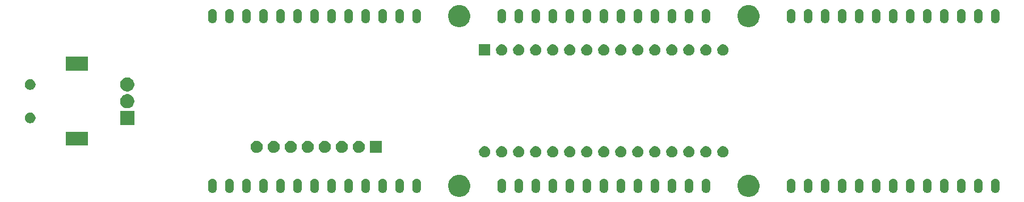
<source format=gbr>
G04 #@! TF.GenerationSoftware,KiCad,Pcbnew,(5.1.5)-3*
G04 #@! TF.CreationDate,2020-01-29T01:23:58-05:00*
G04 #@! TF.ProjectId,IEEE-Clock-Charlie,49454545-2d43-46c6-9f63-6b2d43686172,rev?*
G04 #@! TF.SameCoordinates,Original*
G04 #@! TF.FileFunction,Soldermask,Bot*
G04 #@! TF.FilePolarity,Negative*
%FSLAX46Y46*%
G04 Gerber Fmt 4.6, Leading zero omitted, Abs format (unit mm)*
G04 Created by KiCad (PCBNEW (5.1.5)-3) date 2020-01-29 01:23:58*
%MOMM*%
%LPD*%
G04 APERTURE LIST*
%ADD10C,0.100000*%
G04 APERTURE END LIST*
D10*
G36*
X183255256Y-112691298D02*
G01*
X183361579Y-112712447D01*
X183662042Y-112836903D01*
X183932451Y-113017585D01*
X184162415Y-113247549D01*
X184234943Y-113356095D01*
X184343098Y-113517960D01*
X184350809Y-113536576D01*
X184397654Y-113649669D01*
X184467553Y-113818422D01*
X184531000Y-114137389D01*
X184531000Y-114462611D01*
X184467553Y-114781578D01*
X184350809Y-115063425D01*
X184343097Y-115082042D01*
X184162415Y-115352451D01*
X183932451Y-115582415D01*
X183662042Y-115763097D01*
X183361579Y-115887553D01*
X183255256Y-115908702D01*
X183042611Y-115951000D01*
X182717389Y-115951000D01*
X182504744Y-115908702D01*
X182398421Y-115887553D01*
X182097958Y-115763097D01*
X181827549Y-115582415D01*
X181597585Y-115352451D01*
X181416903Y-115082042D01*
X181409192Y-115063425D01*
X181292447Y-114781578D01*
X181229000Y-114462611D01*
X181229000Y-114137389D01*
X181292447Y-113818422D01*
X181362347Y-113649669D01*
X181409191Y-113536576D01*
X181416902Y-113517960D01*
X181525057Y-113356095D01*
X181597585Y-113247549D01*
X181827549Y-113017585D01*
X182097958Y-112836903D01*
X182398421Y-112712447D01*
X182504744Y-112691298D01*
X182717389Y-112649000D01*
X183042611Y-112649000D01*
X183255256Y-112691298D01*
G37*
G36*
X140075256Y-112691298D02*
G01*
X140181579Y-112712447D01*
X140482042Y-112836903D01*
X140752451Y-113017585D01*
X140982415Y-113247549D01*
X141054943Y-113356095D01*
X141163098Y-113517960D01*
X141170809Y-113536576D01*
X141217654Y-113649669D01*
X141287553Y-113818422D01*
X141351000Y-114137389D01*
X141351000Y-114462611D01*
X141287553Y-114781578D01*
X141170809Y-115063425D01*
X141163097Y-115082042D01*
X140982415Y-115352451D01*
X140752451Y-115582415D01*
X140482042Y-115763097D01*
X140181579Y-115887553D01*
X140075256Y-115908702D01*
X139862611Y-115951000D01*
X139537389Y-115951000D01*
X139324744Y-115908702D01*
X139218421Y-115887553D01*
X138917958Y-115763097D01*
X138647549Y-115582415D01*
X138417585Y-115352451D01*
X138236903Y-115082042D01*
X138229192Y-115063425D01*
X138112447Y-114781578D01*
X138049000Y-114462611D01*
X138049000Y-114137389D01*
X138112447Y-113818422D01*
X138182347Y-113649669D01*
X138229191Y-113536576D01*
X138236902Y-113517960D01*
X138345057Y-113356095D01*
X138417585Y-113247549D01*
X138647549Y-113017585D01*
X138917958Y-112836903D01*
X139218421Y-112712447D01*
X139324744Y-112691298D01*
X139537389Y-112649000D01*
X139862611Y-112649000D01*
X140075256Y-112691298D01*
G37*
G36*
X169037617Y-113258420D02*
G01*
X169128403Y-113285960D01*
X169160335Y-113295646D01*
X169273424Y-113356094D01*
X169372554Y-113437447D01*
X169453906Y-113536575D01*
X169514354Y-113649664D01*
X169524040Y-113681596D01*
X169551580Y-113772382D01*
X169561000Y-113868027D01*
X169561000Y-114731973D01*
X169551580Y-114827618D01*
X169524040Y-114918404D01*
X169514354Y-114950336D01*
X169453906Y-115063425D01*
X169372554Y-115162554D01*
X169273425Y-115243906D01*
X169160336Y-115304354D01*
X169128404Y-115314040D01*
X169037618Y-115341580D01*
X168910000Y-115354149D01*
X168782383Y-115341580D01*
X168691597Y-115314040D01*
X168659665Y-115304354D01*
X168546576Y-115243906D01*
X168447447Y-115162554D01*
X168366095Y-115063425D01*
X168305647Y-114950336D01*
X168301282Y-114935946D01*
X168268420Y-114827618D01*
X168259000Y-114731973D01*
X168259000Y-113868028D01*
X168268420Y-113772383D01*
X168305645Y-113649669D01*
X168305646Y-113649665D01*
X168366094Y-113536576D01*
X168447447Y-113437446D01*
X168546575Y-113356094D01*
X168659664Y-113295646D01*
X168691596Y-113285960D01*
X168782382Y-113258420D01*
X168910000Y-113245851D01*
X169037617Y-113258420D01*
G37*
G36*
X163957617Y-113258420D02*
G01*
X164048403Y-113285960D01*
X164080335Y-113295646D01*
X164193424Y-113356094D01*
X164292554Y-113437447D01*
X164373906Y-113536575D01*
X164434354Y-113649664D01*
X164444040Y-113681596D01*
X164471580Y-113772382D01*
X164481000Y-113868027D01*
X164481000Y-114731973D01*
X164471580Y-114827618D01*
X164444040Y-114918404D01*
X164434354Y-114950336D01*
X164373906Y-115063425D01*
X164292554Y-115162554D01*
X164193425Y-115243906D01*
X164080336Y-115304354D01*
X164048404Y-115314040D01*
X163957618Y-115341580D01*
X163830000Y-115354149D01*
X163702383Y-115341580D01*
X163611597Y-115314040D01*
X163579665Y-115304354D01*
X163466576Y-115243906D01*
X163367447Y-115162554D01*
X163286095Y-115063425D01*
X163225647Y-114950336D01*
X163221282Y-114935946D01*
X163188420Y-114827618D01*
X163179000Y-114731973D01*
X163179000Y-113868028D01*
X163188420Y-113772383D01*
X163225645Y-113649669D01*
X163225646Y-113649665D01*
X163286094Y-113536576D01*
X163367447Y-113437446D01*
X163466575Y-113356094D01*
X163579664Y-113295646D01*
X163611596Y-113285960D01*
X163702382Y-113258420D01*
X163830000Y-113245851D01*
X163957617Y-113258420D01*
G37*
G36*
X146177617Y-113258420D02*
G01*
X146268403Y-113285960D01*
X146300335Y-113295646D01*
X146413424Y-113356094D01*
X146512554Y-113437447D01*
X146593906Y-113536575D01*
X146654354Y-113649664D01*
X146664040Y-113681596D01*
X146691580Y-113772382D01*
X146701000Y-113868027D01*
X146701000Y-114731973D01*
X146691580Y-114827618D01*
X146664040Y-114918404D01*
X146654354Y-114950336D01*
X146593906Y-115063425D01*
X146512554Y-115162554D01*
X146413425Y-115243906D01*
X146300336Y-115304354D01*
X146268404Y-115314040D01*
X146177618Y-115341580D01*
X146050000Y-115354149D01*
X145922383Y-115341580D01*
X145831597Y-115314040D01*
X145799665Y-115304354D01*
X145686576Y-115243906D01*
X145587447Y-115162554D01*
X145506095Y-115063425D01*
X145445647Y-114950336D01*
X145441282Y-114935946D01*
X145408420Y-114827618D01*
X145399000Y-114731973D01*
X145399000Y-113868028D01*
X145408420Y-113772383D01*
X145445645Y-113649669D01*
X145445646Y-113649665D01*
X145506094Y-113536576D01*
X145587447Y-113437446D01*
X145686575Y-113356094D01*
X145799664Y-113295646D01*
X145831596Y-113285960D01*
X145922382Y-113258420D01*
X146050000Y-113245851D01*
X146177617Y-113258420D01*
G37*
G36*
X148717617Y-113258420D02*
G01*
X148808403Y-113285960D01*
X148840335Y-113295646D01*
X148953424Y-113356094D01*
X149052554Y-113437447D01*
X149133906Y-113536575D01*
X149194354Y-113649664D01*
X149204040Y-113681596D01*
X149231580Y-113772382D01*
X149241000Y-113868027D01*
X149241000Y-114731973D01*
X149231580Y-114827618D01*
X149204040Y-114918404D01*
X149194354Y-114950336D01*
X149133906Y-115063425D01*
X149052554Y-115162554D01*
X148953425Y-115243906D01*
X148840336Y-115304354D01*
X148808404Y-115314040D01*
X148717618Y-115341580D01*
X148590000Y-115354149D01*
X148462383Y-115341580D01*
X148371597Y-115314040D01*
X148339665Y-115304354D01*
X148226576Y-115243906D01*
X148127447Y-115162554D01*
X148046095Y-115063425D01*
X147985647Y-114950336D01*
X147981282Y-114935946D01*
X147948420Y-114827618D01*
X147939000Y-114731973D01*
X147939000Y-113868028D01*
X147948420Y-113772383D01*
X147985645Y-113649669D01*
X147985646Y-113649665D01*
X148046094Y-113536576D01*
X148127447Y-113437446D01*
X148226575Y-113356094D01*
X148339664Y-113295646D01*
X148371596Y-113285960D01*
X148462382Y-113258420D01*
X148590000Y-113245851D01*
X148717617Y-113258420D01*
G37*
G36*
X151257617Y-113258420D02*
G01*
X151348403Y-113285960D01*
X151380335Y-113295646D01*
X151493424Y-113356094D01*
X151592554Y-113437447D01*
X151673906Y-113536575D01*
X151734354Y-113649664D01*
X151744040Y-113681596D01*
X151771580Y-113772382D01*
X151781000Y-113868027D01*
X151781000Y-114731973D01*
X151771580Y-114827618D01*
X151744040Y-114918404D01*
X151734354Y-114950336D01*
X151673906Y-115063425D01*
X151592554Y-115162554D01*
X151493425Y-115243906D01*
X151380336Y-115304354D01*
X151348404Y-115314040D01*
X151257618Y-115341580D01*
X151130000Y-115354149D01*
X151002383Y-115341580D01*
X150911597Y-115314040D01*
X150879665Y-115304354D01*
X150766576Y-115243906D01*
X150667447Y-115162554D01*
X150586095Y-115063425D01*
X150525647Y-114950336D01*
X150521282Y-114935946D01*
X150488420Y-114827618D01*
X150479000Y-114731973D01*
X150479000Y-113868028D01*
X150488420Y-113772383D01*
X150525645Y-113649669D01*
X150525646Y-113649665D01*
X150586094Y-113536576D01*
X150667447Y-113437446D01*
X150766575Y-113356094D01*
X150879664Y-113295646D01*
X150911596Y-113285960D01*
X151002382Y-113258420D01*
X151130000Y-113245851D01*
X151257617Y-113258420D01*
G37*
G36*
X153797617Y-113258420D02*
G01*
X153888403Y-113285960D01*
X153920335Y-113295646D01*
X154033424Y-113356094D01*
X154132554Y-113437447D01*
X154213906Y-113536575D01*
X154274354Y-113649664D01*
X154284040Y-113681596D01*
X154311580Y-113772382D01*
X154321000Y-113868027D01*
X154321000Y-114731973D01*
X154311580Y-114827618D01*
X154284040Y-114918404D01*
X154274354Y-114950336D01*
X154213906Y-115063425D01*
X154132554Y-115162554D01*
X154033425Y-115243906D01*
X153920336Y-115304354D01*
X153888404Y-115314040D01*
X153797618Y-115341580D01*
X153670000Y-115354149D01*
X153542383Y-115341580D01*
X153451597Y-115314040D01*
X153419665Y-115304354D01*
X153306576Y-115243906D01*
X153207447Y-115162554D01*
X153126095Y-115063425D01*
X153065647Y-114950336D01*
X153061282Y-114935946D01*
X153028420Y-114827618D01*
X153019000Y-114731973D01*
X153019000Y-113868028D01*
X153028420Y-113772383D01*
X153065645Y-113649669D01*
X153065646Y-113649665D01*
X153126094Y-113536576D01*
X153207447Y-113437446D01*
X153306575Y-113356094D01*
X153419664Y-113295646D01*
X153451596Y-113285960D01*
X153542382Y-113258420D01*
X153670000Y-113245851D01*
X153797617Y-113258420D01*
G37*
G36*
X156337617Y-113258420D02*
G01*
X156428403Y-113285960D01*
X156460335Y-113295646D01*
X156573424Y-113356094D01*
X156672554Y-113437447D01*
X156753906Y-113536575D01*
X156814354Y-113649664D01*
X156824040Y-113681596D01*
X156851580Y-113772382D01*
X156861000Y-113868027D01*
X156861000Y-114731973D01*
X156851580Y-114827618D01*
X156824040Y-114918404D01*
X156814354Y-114950336D01*
X156753906Y-115063425D01*
X156672554Y-115162554D01*
X156573425Y-115243906D01*
X156460336Y-115304354D01*
X156428404Y-115314040D01*
X156337618Y-115341580D01*
X156210000Y-115354149D01*
X156082383Y-115341580D01*
X155991597Y-115314040D01*
X155959665Y-115304354D01*
X155846576Y-115243906D01*
X155747447Y-115162554D01*
X155666095Y-115063425D01*
X155605647Y-114950336D01*
X155601282Y-114935946D01*
X155568420Y-114827618D01*
X155559000Y-114731973D01*
X155559000Y-113868028D01*
X155568420Y-113772383D01*
X155605645Y-113649669D01*
X155605646Y-113649665D01*
X155666094Y-113536576D01*
X155747447Y-113437446D01*
X155846575Y-113356094D01*
X155959664Y-113295646D01*
X155991596Y-113285960D01*
X156082382Y-113258420D01*
X156210000Y-113245851D01*
X156337617Y-113258420D01*
G37*
G36*
X158877617Y-113258420D02*
G01*
X158968403Y-113285960D01*
X159000335Y-113295646D01*
X159113424Y-113356094D01*
X159212554Y-113437447D01*
X159293906Y-113536575D01*
X159354354Y-113649664D01*
X159364040Y-113681596D01*
X159391580Y-113772382D01*
X159401000Y-113868027D01*
X159401000Y-114731973D01*
X159391580Y-114827618D01*
X159364040Y-114918404D01*
X159354354Y-114950336D01*
X159293906Y-115063425D01*
X159212554Y-115162554D01*
X159113425Y-115243906D01*
X159000336Y-115304354D01*
X158968404Y-115314040D01*
X158877618Y-115341580D01*
X158750000Y-115354149D01*
X158622383Y-115341580D01*
X158531597Y-115314040D01*
X158499665Y-115304354D01*
X158386576Y-115243906D01*
X158287447Y-115162554D01*
X158206095Y-115063425D01*
X158145647Y-114950336D01*
X158141282Y-114935946D01*
X158108420Y-114827618D01*
X158099000Y-114731973D01*
X158099000Y-113868028D01*
X158108420Y-113772383D01*
X158145645Y-113649669D01*
X158145646Y-113649665D01*
X158206094Y-113536576D01*
X158287447Y-113437446D01*
X158386575Y-113356094D01*
X158499664Y-113295646D01*
X158531596Y-113285960D01*
X158622382Y-113258420D01*
X158750000Y-113245851D01*
X158877617Y-113258420D01*
G37*
G36*
X161417617Y-113258420D02*
G01*
X161508403Y-113285960D01*
X161540335Y-113295646D01*
X161653424Y-113356094D01*
X161752554Y-113437447D01*
X161833906Y-113536575D01*
X161894354Y-113649664D01*
X161904040Y-113681596D01*
X161931580Y-113772382D01*
X161941000Y-113868027D01*
X161941000Y-114731973D01*
X161931580Y-114827618D01*
X161904040Y-114918404D01*
X161894354Y-114950336D01*
X161833906Y-115063425D01*
X161752554Y-115162554D01*
X161653425Y-115243906D01*
X161540336Y-115304354D01*
X161508404Y-115314040D01*
X161417618Y-115341580D01*
X161290000Y-115354149D01*
X161162383Y-115341580D01*
X161071597Y-115314040D01*
X161039665Y-115304354D01*
X160926576Y-115243906D01*
X160827447Y-115162554D01*
X160746095Y-115063425D01*
X160685647Y-114950336D01*
X160681282Y-114935946D01*
X160648420Y-114827618D01*
X160639000Y-114731973D01*
X160639000Y-113868028D01*
X160648420Y-113772383D01*
X160685645Y-113649669D01*
X160685646Y-113649665D01*
X160746094Y-113536576D01*
X160827447Y-113437446D01*
X160926575Y-113356094D01*
X161039664Y-113295646D01*
X161071596Y-113285960D01*
X161162382Y-113258420D01*
X161290000Y-113245851D01*
X161417617Y-113258420D01*
G37*
G36*
X166497617Y-113258420D02*
G01*
X166588403Y-113285960D01*
X166620335Y-113295646D01*
X166733424Y-113356094D01*
X166832554Y-113437447D01*
X166913906Y-113536575D01*
X166974354Y-113649664D01*
X166984040Y-113681596D01*
X167011580Y-113772382D01*
X167021000Y-113868027D01*
X167021000Y-114731973D01*
X167011580Y-114827618D01*
X166984040Y-114918404D01*
X166974354Y-114950336D01*
X166913906Y-115063425D01*
X166832554Y-115162554D01*
X166733425Y-115243906D01*
X166620336Y-115304354D01*
X166588404Y-115314040D01*
X166497618Y-115341580D01*
X166370000Y-115354149D01*
X166242383Y-115341580D01*
X166151597Y-115314040D01*
X166119665Y-115304354D01*
X166006576Y-115243906D01*
X165907447Y-115162554D01*
X165826095Y-115063425D01*
X165765647Y-114950336D01*
X165761282Y-114935946D01*
X165728420Y-114827618D01*
X165719000Y-114731973D01*
X165719000Y-113868028D01*
X165728420Y-113772383D01*
X165765645Y-113649669D01*
X165765646Y-113649665D01*
X165826094Y-113536576D01*
X165907447Y-113437446D01*
X166006575Y-113356094D01*
X166119664Y-113295646D01*
X166151596Y-113285960D01*
X166242382Y-113258420D01*
X166370000Y-113245851D01*
X166497617Y-113258420D01*
G37*
G36*
X115697617Y-113258420D02*
G01*
X115788403Y-113285960D01*
X115820335Y-113295646D01*
X115933424Y-113356094D01*
X116032554Y-113437447D01*
X116113906Y-113536575D01*
X116174354Y-113649664D01*
X116184040Y-113681596D01*
X116211580Y-113772382D01*
X116221000Y-113868027D01*
X116221000Y-114731973D01*
X116211580Y-114827618D01*
X116184040Y-114918404D01*
X116174354Y-114950336D01*
X116113906Y-115063425D01*
X116032554Y-115162554D01*
X115933425Y-115243906D01*
X115820336Y-115304354D01*
X115788404Y-115314040D01*
X115697618Y-115341580D01*
X115570000Y-115354149D01*
X115442383Y-115341580D01*
X115351597Y-115314040D01*
X115319665Y-115304354D01*
X115206576Y-115243906D01*
X115107447Y-115162554D01*
X115026095Y-115063425D01*
X114965647Y-114950336D01*
X114961282Y-114935946D01*
X114928420Y-114827618D01*
X114919000Y-114731973D01*
X114919000Y-113868028D01*
X114928420Y-113772383D01*
X114965645Y-113649669D01*
X114965646Y-113649665D01*
X115026094Y-113536576D01*
X115107447Y-113437446D01*
X115206575Y-113356094D01*
X115319664Y-113295646D01*
X115351596Y-113285960D01*
X115442382Y-113258420D01*
X115570000Y-113245851D01*
X115697617Y-113258420D01*
G37*
G36*
X171577617Y-113258420D02*
G01*
X171668403Y-113285960D01*
X171700335Y-113295646D01*
X171813424Y-113356094D01*
X171912554Y-113437447D01*
X171993906Y-113536575D01*
X172054354Y-113649664D01*
X172064040Y-113681596D01*
X172091580Y-113772382D01*
X172101000Y-113868027D01*
X172101000Y-114731973D01*
X172091580Y-114827618D01*
X172064040Y-114918404D01*
X172054354Y-114950336D01*
X171993906Y-115063425D01*
X171912554Y-115162554D01*
X171813425Y-115243906D01*
X171700336Y-115304354D01*
X171668404Y-115314040D01*
X171577618Y-115341580D01*
X171450000Y-115354149D01*
X171322383Y-115341580D01*
X171231597Y-115314040D01*
X171199665Y-115304354D01*
X171086576Y-115243906D01*
X170987447Y-115162554D01*
X170906095Y-115063425D01*
X170845647Y-114950336D01*
X170841282Y-114935946D01*
X170808420Y-114827618D01*
X170799000Y-114731973D01*
X170799000Y-113868028D01*
X170808420Y-113772383D01*
X170845645Y-113649669D01*
X170845646Y-113649665D01*
X170906094Y-113536576D01*
X170987447Y-113437446D01*
X171086575Y-113356094D01*
X171199664Y-113295646D01*
X171231596Y-113285960D01*
X171322382Y-113258420D01*
X171450000Y-113245851D01*
X171577617Y-113258420D01*
G37*
G36*
X174117617Y-113258420D02*
G01*
X174208403Y-113285960D01*
X174240335Y-113295646D01*
X174353424Y-113356094D01*
X174452554Y-113437447D01*
X174533906Y-113536575D01*
X174594354Y-113649664D01*
X174604040Y-113681596D01*
X174631580Y-113772382D01*
X174641000Y-113868027D01*
X174641000Y-114731973D01*
X174631580Y-114827618D01*
X174604040Y-114918404D01*
X174594354Y-114950336D01*
X174533906Y-115063425D01*
X174452554Y-115162554D01*
X174353425Y-115243906D01*
X174240336Y-115304354D01*
X174208404Y-115314040D01*
X174117618Y-115341580D01*
X173990000Y-115354149D01*
X173862383Y-115341580D01*
X173771597Y-115314040D01*
X173739665Y-115304354D01*
X173626576Y-115243906D01*
X173527447Y-115162554D01*
X173446095Y-115063425D01*
X173385647Y-114950336D01*
X173381282Y-114935946D01*
X173348420Y-114827618D01*
X173339000Y-114731973D01*
X173339000Y-113868028D01*
X173348420Y-113772383D01*
X173385645Y-113649669D01*
X173385646Y-113649665D01*
X173446094Y-113536576D01*
X173527447Y-113437446D01*
X173626575Y-113356094D01*
X173739664Y-113295646D01*
X173771596Y-113285960D01*
X173862382Y-113258420D01*
X173990000Y-113245851D01*
X174117617Y-113258420D01*
G37*
G36*
X176657617Y-113258420D02*
G01*
X176748403Y-113285960D01*
X176780335Y-113295646D01*
X176893424Y-113356094D01*
X176992554Y-113437447D01*
X177073906Y-113536575D01*
X177134354Y-113649664D01*
X177144040Y-113681596D01*
X177171580Y-113772382D01*
X177181000Y-113868027D01*
X177181000Y-114731973D01*
X177171580Y-114827618D01*
X177144040Y-114918404D01*
X177134354Y-114950336D01*
X177073906Y-115063425D01*
X176992554Y-115162554D01*
X176893425Y-115243906D01*
X176780336Y-115304354D01*
X176748404Y-115314040D01*
X176657618Y-115341580D01*
X176530000Y-115354149D01*
X176402383Y-115341580D01*
X176311597Y-115314040D01*
X176279665Y-115304354D01*
X176166576Y-115243906D01*
X176067447Y-115162554D01*
X175986095Y-115063425D01*
X175925647Y-114950336D01*
X175921282Y-114935946D01*
X175888420Y-114827618D01*
X175879000Y-114731973D01*
X175879000Y-113868028D01*
X175888420Y-113772383D01*
X175925645Y-113649669D01*
X175925646Y-113649665D01*
X175986094Y-113536576D01*
X176067447Y-113437446D01*
X176166575Y-113356094D01*
X176279664Y-113295646D01*
X176311596Y-113285960D01*
X176402382Y-113258420D01*
X176530000Y-113245851D01*
X176657617Y-113258420D01*
G37*
G36*
X102997617Y-113258420D02*
G01*
X103088403Y-113285960D01*
X103120335Y-113295646D01*
X103233424Y-113356094D01*
X103332554Y-113437447D01*
X103413906Y-113536575D01*
X103474354Y-113649664D01*
X103484040Y-113681596D01*
X103511580Y-113772382D01*
X103521000Y-113868027D01*
X103521000Y-114731973D01*
X103511580Y-114827618D01*
X103484040Y-114918404D01*
X103474354Y-114950336D01*
X103413906Y-115063425D01*
X103332554Y-115162554D01*
X103233425Y-115243906D01*
X103120336Y-115304354D01*
X103088404Y-115314040D01*
X102997618Y-115341580D01*
X102870000Y-115354149D01*
X102742383Y-115341580D01*
X102651597Y-115314040D01*
X102619665Y-115304354D01*
X102506576Y-115243906D01*
X102407447Y-115162554D01*
X102326095Y-115063425D01*
X102265647Y-114950336D01*
X102261282Y-114935946D01*
X102228420Y-114827618D01*
X102219000Y-114731973D01*
X102219000Y-113868028D01*
X102228420Y-113772383D01*
X102265645Y-113649669D01*
X102265646Y-113649665D01*
X102326094Y-113536576D01*
X102407447Y-113437446D01*
X102506575Y-113356094D01*
X102619664Y-113295646D01*
X102651596Y-113285960D01*
X102742382Y-113258420D01*
X102870000Y-113245851D01*
X102997617Y-113258420D01*
G37*
G36*
X105537617Y-113258420D02*
G01*
X105628403Y-113285960D01*
X105660335Y-113295646D01*
X105773424Y-113356094D01*
X105872554Y-113437447D01*
X105953906Y-113536575D01*
X106014354Y-113649664D01*
X106024040Y-113681596D01*
X106051580Y-113772382D01*
X106061000Y-113868027D01*
X106061000Y-114731973D01*
X106051580Y-114827618D01*
X106024040Y-114918404D01*
X106014354Y-114950336D01*
X105953906Y-115063425D01*
X105872554Y-115162554D01*
X105773425Y-115243906D01*
X105660336Y-115304354D01*
X105628404Y-115314040D01*
X105537618Y-115341580D01*
X105410000Y-115354149D01*
X105282383Y-115341580D01*
X105191597Y-115314040D01*
X105159665Y-115304354D01*
X105046576Y-115243906D01*
X104947447Y-115162554D01*
X104866095Y-115063425D01*
X104805647Y-114950336D01*
X104801282Y-114935946D01*
X104768420Y-114827618D01*
X104759000Y-114731973D01*
X104759000Y-113868028D01*
X104768420Y-113772383D01*
X104805645Y-113649669D01*
X104805646Y-113649665D01*
X104866094Y-113536576D01*
X104947447Y-113437446D01*
X105046575Y-113356094D01*
X105159664Y-113295646D01*
X105191596Y-113285960D01*
X105282382Y-113258420D01*
X105410000Y-113245851D01*
X105537617Y-113258420D01*
G37*
G36*
X108077617Y-113258420D02*
G01*
X108168403Y-113285960D01*
X108200335Y-113295646D01*
X108313424Y-113356094D01*
X108412554Y-113437447D01*
X108493906Y-113536575D01*
X108554354Y-113649664D01*
X108564040Y-113681596D01*
X108591580Y-113772382D01*
X108601000Y-113868027D01*
X108601000Y-114731973D01*
X108591580Y-114827618D01*
X108564040Y-114918404D01*
X108554354Y-114950336D01*
X108493906Y-115063425D01*
X108412554Y-115162554D01*
X108313425Y-115243906D01*
X108200336Y-115304354D01*
X108168404Y-115314040D01*
X108077618Y-115341580D01*
X107950000Y-115354149D01*
X107822383Y-115341580D01*
X107731597Y-115314040D01*
X107699665Y-115304354D01*
X107586576Y-115243906D01*
X107487447Y-115162554D01*
X107406095Y-115063425D01*
X107345647Y-114950336D01*
X107341282Y-114935946D01*
X107308420Y-114827618D01*
X107299000Y-114731973D01*
X107299000Y-113868028D01*
X107308420Y-113772383D01*
X107345645Y-113649669D01*
X107345646Y-113649665D01*
X107406094Y-113536576D01*
X107487447Y-113437446D01*
X107586575Y-113356094D01*
X107699664Y-113295646D01*
X107731596Y-113285960D01*
X107822382Y-113258420D01*
X107950000Y-113245851D01*
X108077617Y-113258420D01*
G37*
G36*
X110617617Y-113258420D02*
G01*
X110708403Y-113285960D01*
X110740335Y-113295646D01*
X110853424Y-113356094D01*
X110952554Y-113437447D01*
X111033906Y-113536575D01*
X111094354Y-113649664D01*
X111104040Y-113681596D01*
X111131580Y-113772382D01*
X111141000Y-113868027D01*
X111141000Y-114731973D01*
X111131580Y-114827618D01*
X111104040Y-114918404D01*
X111094354Y-114950336D01*
X111033906Y-115063425D01*
X110952554Y-115162554D01*
X110853425Y-115243906D01*
X110740336Y-115304354D01*
X110708404Y-115314040D01*
X110617618Y-115341580D01*
X110490000Y-115354149D01*
X110362383Y-115341580D01*
X110271597Y-115314040D01*
X110239665Y-115304354D01*
X110126576Y-115243906D01*
X110027447Y-115162554D01*
X109946095Y-115063425D01*
X109885647Y-114950336D01*
X109881282Y-114935946D01*
X109848420Y-114827618D01*
X109839000Y-114731973D01*
X109839000Y-113868028D01*
X109848420Y-113772383D01*
X109885645Y-113649669D01*
X109885646Y-113649665D01*
X109946094Y-113536576D01*
X110027447Y-113437446D01*
X110126575Y-113356094D01*
X110239664Y-113295646D01*
X110271596Y-113285960D01*
X110362382Y-113258420D01*
X110490000Y-113245851D01*
X110617617Y-113258420D01*
G37*
G36*
X113157617Y-113258420D02*
G01*
X113248403Y-113285960D01*
X113280335Y-113295646D01*
X113393424Y-113356094D01*
X113492554Y-113437447D01*
X113573906Y-113536575D01*
X113634354Y-113649664D01*
X113644040Y-113681596D01*
X113671580Y-113772382D01*
X113681000Y-113868027D01*
X113681000Y-114731973D01*
X113671580Y-114827618D01*
X113644040Y-114918404D01*
X113634354Y-114950336D01*
X113573906Y-115063425D01*
X113492554Y-115162554D01*
X113393425Y-115243906D01*
X113280336Y-115304354D01*
X113248404Y-115314040D01*
X113157618Y-115341580D01*
X113030000Y-115354149D01*
X112902383Y-115341580D01*
X112811597Y-115314040D01*
X112779665Y-115304354D01*
X112666576Y-115243906D01*
X112567447Y-115162554D01*
X112486095Y-115063425D01*
X112425647Y-114950336D01*
X112421282Y-114935946D01*
X112388420Y-114827618D01*
X112379000Y-114731973D01*
X112379000Y-113868028D01*
X112388420Y-113772383D01*
X112425645Y-113649669D01*
X112425646Y-113649665D01*
X112486094Y-113536576D01*
X112567447Y-113437446D01*
X112666575Y-113356094D01*
X112779664Y-113295646D01*
X112811596Y-113285960D01*
X112902382Y-113258420D01*
X113030000Y-113245851D01*
X113157617Y-113258420D01*
G37*
G36*
X217297617Y-113258420D02*
G01*
X217388403Y-113285960D01*
X217420335Y-113295646D01*
X217533424Y-113356094D01*
X217632554Y-113437447D01*
X217713906Y-113536575D01*
X217774354Y-113649664D01*
X217784040Y-113681596D01*
X217811580Y-113772382D01*
X217821000Y-113868027D01*
X217821000Y-114731973D01*
X217811580Y-114827618D01*
X217784040Y-114918404D01*
X217774354Y-114950336D01*
X217713906Y-115063425D01*
X217632554Y-115162554D01*
X217533425Y-115243906D01*
X217420336Y-115304354D01*
X217388404Y-115314040D01*
X217297618Y-115341580D01*
X217170000Y-115354149D01*
X217042383Y-115341580D01*
X216951597Y-115314040D01*
X216919665Y-115304354D01*
X216806576Y-115243906D01*
X216707447Y-115162554D01*
X216626095Y-115063425D01*
X216565647Y-114950336D01*
X216561282Y-114935946D01*
X216528420Y-114827618D01*
X216519000Y-114731973D01*
X216519000Y-113868028D01*
X216528420Y-113772383D01*
X216565645Y-113649669D01*
X216565646Y-113649665D01*
X216626094Y-113536576D01*
X216707447Y-113437446D01*
X216806575Y-113356094D01*
X216919664Y-113295646D01*
X216951596Y-113285960D01*
X217042382Y-113258420D01*
X217170000Y-113245851D01*
X217297617Y-113258420D01*
G37*
G36*
X196977617Y-113258420D02*
G01*
X197068403Y-113285960D01*
X197100335Y-113295646D01*
X197213424Y-113356094D01*
X197312554Y-113437447D01*
X197393906Y-113536575D01*
X197454354Y-113649664D01*
X197464040Y-113681596D01*
X197491580Y-113772382D01*
X197501000Y-113868027D01*
X197501000Y-114731973D01*
X197491580Y-114827618D01*
X197464040Y-114918404D01*
X197454354Y-114950336D01*
X197393906Y-115063425D01*
X197312554Y-115162554D01*
X197213425Y-115243906D01*
X197100336Y-115304354D01*
X197068404Y-115314040D01*
X196977618Y-115341580D01*
X196850000Y-115354149D01*
X196722383Y-115341580D01*
X196631597Y-115314040D01*
X196599665Y-115304354D01*
X196486576Y-115243906D01*
X196387447Y-115162554D01*
X196306095Y-115063425D01*
X196245647Y-114950336D01*
X196241282Y-114935946D01*
X196208420Y-114827618D01*
X196199000Y-114731973D01*
X196199000Y-113868028D01*
X196208420Y-113772383D01*
X196245645Y-113649669D01*
X196245646Y-113649665D01*
X196306094Y-113536576D01*
X196387447Y-113437446D01*
X196486575Y-113356094D01*
X196599664Y-113295646D01*
X196631596Y-113285960D01*
X196722382Y-113258420D01*
X196850000Y-113245851D01*
X196977617Y-113258420D01*
G37*
G36*
X120777617Y-113258420D02*
G01*
X120868403Y-113285960D01*
X120900335Y-113295646D01*
X121013424Y-113356094D01*
X121112554Y-113437447D01*
X121193906Y-113536575D01*
X121254354Y-113649664D01*
X121264040Y-113681596D01*
X121291580Y-113772382D01*
X121301000Y-113868027D01*
X121301000Y-114731973D01*
X121291580Y-114827618D01*
X121264040Y-114918404D01*
X121254354Y-114950336D01*
X121193906Y-115063425D01*
X121112554Y-115162554D01*
X121013425Y-115243906D01*
X120900336Y-115304354D01*
X120868404Y-115314040D01*
X120777618Y-115341580D01*
X120650000Y-115354149D01*
X120522383Y-115341580D01*
X120431597Y-115314040D01*
X120399665Y-115304354D01*
X120286576Y-115243906D01*
X120187447Y-115162554D01*
X120106095Y-115063425D01*
X120045647Y-114950336D01*
X120041282Y-114935946D01*
X120008420Y-114827618D01*
X119999000Y-114731973D01*
X119999000Y-113868028D01*
X120008420Y-113772383D01*
X120045645Y-113649669D01*
X120045646Y-113649665D01*
X120106094Y-113536576D01*
X120187447Y-113437446D01*
X120286575Y-113356094D01*
X120399664Y-113295646D01*
X120431596Y-113285960D01*
X120522382Y-113258420D01*
X120650000Y-113245851D01*
X120777617Y-113258420D01*
G37*
G36*
X123317617Y-113258420D02*
G01*
X123408403Y-113285960D01*
X123440335Y-113295646D01*
X123553424Y-113356094D01*
X123652554Y-113437447D01*
X123733906Y-113536575D01*
X123794354Y-113649664D01*
X123804040Y-113681596D01*
X123831580Y-113772382D01*
X123841000Y-113868027D01*
X123841000Y-114731973D01*
X123831580Y-114827618D01*
X123804040Y-114918404D01*
X123794354Y-114950336D01*
X123733906Y-115063425D01*
X123652554Y-115162554D01*
X123553425Y-115243906D01*
X123440336Y-115304354D01*
X123408404Y-115314040D01*
X123317618Y-115341580D01*
X123190000Y-115354149D01*
X123062383Y-115341580D01*
X122971597Y-115314040D01*
X122939665Y-115304354D01*
X122826576Y-115243906D01*
X122727447Y-115162554D01*
X122646095Y-115063425D01*
X122585647Y-114950336D01*
X122581282Y-114935946D01*
X122548420Y-114827618D01*
X122539000Y-114731973D01*
X122539000Y-113868028D01*
X122548420Y-113772383D01*
X122585645Y-113649669D01*
X122585646Y-113649665D01*
X122646094Y-113536576D01*
X122727447Y-113437446D01*
X122826575Y-113356094D01*
X122939664Y-113295646D01*
X122971596Y-113285960D01*
X123062382Y-113258420D01*
X123190000Y-113245851D01*
X123317617Y-113258420D01*
G37*
G36*
X125857617Y-113258420D02*
G01*
X125948403Y-113285960D01*
X125980335Y-113295646D01*
X126093424Y-113356094D01*
X126192554Y-113437447D01*
X126273906Y-113536575D01*
X126334354Y-113649664D01*
X126344040Y-113681596D01*
X126371580Y-113772382D01*
X126381000Y-113868027D01*
X126381000Y-114731973D01*
X126371580Y-114827618D01*
X126344040Y-114918404D01*
X126334354Y-114950336D01*
X126273906Y-115063425D01*
X126192554Y-115162554D01*
X126093425Y-115243906D01*
X125980336Y-115304354D01*
X125948404Y-115314040D01*
X125857618Y-115341580D01*
X125730000Y-115354149D01*
X125602383Y-115341580D01*
X125511597Y-115314040D01*
X125479665Y-115304354D01*
X125366576Y-115243906D01*
X125267447Y-115162554D01*
X125186095Y-115063425D01*
X125125647Y-114950336D01*
X125121282Y-114935946D01*
X125088420Y-114827618D01*
X125079000Y-114731973D01*
X125079000Y-113868028D01*
X125088420Y-113772383D01*
X125125645Y-113649669D01*
X125125646Y-113649665D01*
X125186094Y-113536576D01*
X125267447Y-113437446D01*
X125366575Y-113356094D01*
X125479664Y-113295646D01*
X125511596Y-113285960D01*
X125602382Y-113258420D01*
X125730000Y-113245851D01*
X125857617Y-113258420D01*
G37*
G36*
X128397617Y-113258420D02*
G01*
X128488403Y-113285960D01*
X128520335Y-113295646D01*
X128633424Y-113356094D01*
X128732554Y-113437447D01*
X128813906Y-113536575D01*
X128874354Y-113649664D01*
X128884040Y-113681596D01*
X128911580Y-113772382D01*
X128921000Y-113868027D01*
X128921000Y-114731973D01*
X128911580Y-114827618D01*
X128884040Y-114918404D01*
X128874354Y-114950336D01*
X128813906Y-115063425D01*
X128732554Y-115162554D01*
X128633425Y-115243906D01*
X128520336Y-115304354D01*
X128488404Y-115314040D01*
X128397618Y-115341580D01*
X128270000Y-115354149D01*
X128142383Y-115341580D01*
X128051597Y-115314040D01*
X128019665Y-115304354D01*
X127906576Y-115243906D01*
X127807447Y-115162554D01*
X127726095Y-115063425D01*
X127665647Y-114950336D01*
X127661282Y-114935946D01*
X127628420Y-114827618D01*
X127619000Y-114731973D01*
X127619000Y-113868028D01*
X127628420Y-113772383D01*
X127665645Y-113649669D01*
X127665646Y-113649665D01*
X127726094Y-113536576D01*
X127807447Y-113437446D01*
X127906575Y-113356094D01*
X128019664Y-113295646D01*
X128051596Y-113285960D01*
X128142382Y-113258420D01*
X128270000Y-113245851D01*
X128397617Y-113258420D01*
G37*
G36*
X130937617Y-113258420D02*
G01*
X131028403Y-113285960D01*
X131060335Y-113295646D01*
X131173424Y-113356094D01*
X131272554Y-113437447D01*
X131353906Y-113536575D01*
X131414354Y-113649664D01*
X131424040Y-113681596D01*
X131451580Y-113772382D01*
X131461000Y-113868027D01*
X131461000Y-114731973D01*
X131451580Y-114827618D01*
X131424040Y-114918404D01*
X131414354Y-114950336D01*
X131353906Y-115063425D01*
X131272554Y-115162554D01*
X131173425Y-115243906D01*
X131060336Y-115304354D01*
X131028404Y-115314040D01*
X130937618Y-115341580D01*
X130810000Y-115354149D01*
X130682383Y-115341580D01*
X130591597Y-115314040D01*
X130559665Y-115304354D01*
X130446576Y-115243906D01*
X130347447Y-115162554D01*
X130266095Y-115063425D01*
X130205647Y-114950336D01*
X130201282Y-114935946D01*
X130168420Y-114827618D01*
X130159000Y-114731973D01*
X130159000Y-113868028D01*
X130168420Y-113772383D01*
X130205645Y-113649669D01*
X130205646Y-113649665D01*
X130266094Y-113536576D01*
X130347447Y-113437446D01*
X130446575Y-113356094D01*
X130559664Y-113295646D01*
X130591596Y-113285960D01*
X130682382Y-113258420D01*
X130810000Y-113245851D01*
X130937617Y-113258420D01*
G37*
G36*
X133477617Y-113258420D02*
G01*
X133568403Y-113285960D01*
X133600335Y-113295646D01*
X133713424Y-113356094D01*
X133812554Y-113437447D01*
X133893906Y-113536575D01*
X133954354Y-113649664D01*
X133964040Y-113681596D01*
X133991580Y-113772382D01*
X134001000Y-113868027D01*
X134001000Y-114731973D01*
X133991580Y-114827618D01*
X133964040Y-114918404D01*
X133954354Y-114950336D01*
X133893906Y-115063425D01*
X133812554Y-115162554D01*
X133713425Y-115243906D01*
X133600336Y-115304354D01*
X133568404Y-115314040D01*
X133477618Y-115341580D01*
X133350000Y-115354149D01*
X133222383Y-115341580D01*
X133131597Y-115314040D01*
X133099665Y-115304354D01*
X132986576Y-115243906D01*
X132887447Y-115162554D01*
X132806095Y-115063425D01*
X132745647Y-114950336D01*
X132741282Y-114935946D01*
X132708420Y-114827618D01*
X132699000Y-114731973D01*
X132699000Y-113868028D01*
X132708420Y-113772383D01*
X132745645Y-113649669D01*
X132745646Y-113649665D01*
X132806094Y-113536576D01*
X132887447Y-113437446D01*
X132986575Y-113356094D01*
X133099664Y-113295646D01*
X133131596Y-113285960D01*
X133222382Y-113258420D01*
X133350000Y-113245851D01*
X133477617Y-113258420D01*
G37*
G36*
X189357617Y-113258420D02*
G01*
X189448403Y-113285960D01*
X189480335Y-113295646D01*
X189593424Y-113356094D01*
X189692554Y-113437447D01*
X189773906Y-113536575D01*
X189834354Y-113649664D01*
X189844040Y-113681596D01*
X189871580Y-113772382D01*
X189881000Y-113868027D01*
X189881000Y-114731973D01*
X189871580Y-114827618D01*
X189844040Y-114918404D01*
X189834354Y-114950336D01*
X189773906Y-115063425D01*
X189692554Y-115162554D01*
X189593425Y-115243906D01*
X189480336Y-115304354D01*
X189448404Y-115314040D01*
X189357618Y-115341580D01*
X189230000Y-115354149D01*
X189102383Y-115341580D01*
X189011597Y-115314040D01*
X188979665Y-115304354D01*
X188866576Y-115243906D01*
X188767447Y-115162554D01*
X188686095Y-115063425D01*
X188625647Y-114950336D01*
X188621282Y-114935946D01*
X188588420Y-114827618D01*
X188579000Y-114731973D01*
X188579000Y-113868028D01*
X188588420Y-113772383D01*
X188625645Y-113649669D01*
X188625646Y-113649665D01*
X188686094Y-113536576D01*
X188767447Y-113437446D01*
X188866575Y-113356094D01*
X188979664Y-113295646D01*
X189011596Y-113285960D01*
X189102382Y-113258420D01*
X189230000Y-113245851D01*
X189357617Y-113258420D01*
G37*
G36*
X191897617Y-113258420D02*
G01*
X191988403Y-113285960D01*
X192020335Y-113295646D01*
X192133424Y-113356094D01*
X192232554Y-113437447D01*
X192313906Y-113536575D01*
X192374354Y-113649664D01*
X192384040Y-113681596D01*
X192411580Y-113772382D01*
X192421000Y-113868027D01*
X192421000Y-114731973D01*
X192411580Y-114827618D01*
X192384040Y-114918404D01*
X192374354Y-114950336D01*
X192313906Y-115063425D01*
X192232554Y-115162554D01*
X192133425Y-115243906D01*
X192020336Y-115304354D01*
X191988404Y-115314040D01*
X191897618Y-115341580D01*
X191770000Y-115354149D01*
X191642383Y-115341580D01*
X191551597Y-115314040D01*
X191519665Y-115304354D01*
X191406576Y-115243906D01*
X191307447Y-115162554D01*
X191226095Y-115063425D01*
X191165647Y-114950336D01*
X191161282Y-114935946D01*
X191128420Y-114827618D01*
X191119000Y-114731973D01*
X191119000Y-113868028D01*
X191128420Y-113772383D01*
X191165645Y-113649669D01*
X191165646Y-113649665D01*
X191226094Y-113536576D01*
X191307447Y-113437446D01*
X191406575Y-113356094D01*
X191519664Y-113295646D01*
X191551596Y-113285960D01*
X191642382Y-113258420D01*
X191770000Y-113245851D01*
X191897617Y-113258420D01*
G37*
G36*
X194437617Y-113258420D02*
G01*
X194528403Y-113285960D01*
X194560335Y-113295646D01*
X194673424Y-113356094D01*
X194772554Y-113437447D01*
X194853906Y-113536575D01*
X194914354Y-113649664D01*
X194924040Y-113681596D01*
X194951580Y-113772382D01*
X194961000Y-113868027D01*
X194961000Y-114731973D01*
X194951580Y-114827618D01*
X194924040Y-114918404D01*
X194914354Y-114950336D01*
X194853906Y-115063425D01*
X194772554Y-115162554D01*
X194673425Y-115243906D01*
X194560336Y-115304354D01*
X194528404Y-115314040D01*
X194437618Y-115341580D01*
X194310000Y-115354149D01*
X194182383Y-115341580D01*
X194091597Y-115314040D01*
X194059665Y-115304354D01*
X193946576Y-115243906D01*
X193847447Y-115162554D01*
X193766095Y-115063425D01*
X193705647Y-114950336D01*
X193701282Y-114935946D01*
X193668420Y-114827618D01*
X193659000Y-114731973D01*
X193659000Y-113868028D01*
X193668420Y-113772383D01*
X193705645Y-113649669D01*
X193705646Y-113649665D01*
X193766094Y-113536576D01*
X193847447Y-113437446D01*
X193946575Y-113356094D01*
X194059664Y-113295646D01*
X194091596Y-113285960D01*
X194182382Y-113258420D01*
X194310000Y-113245851D01*
X194437617Y-113258420D01*
G37*
G36*
X118237617Y-113258420D02*
G01*
X118328403Y-113285960D01*
X118360335Y-113295646D01*
X118473424Y-113356094D01*
X118572554Y-113437447D01*
X118653906Y-113536575D01*
X118714354Y-113649664D01*
X118724040Y-113681596D01*
X118751580Y-113772382D01*
X118761000Y-113868027D01*
X118761000Y-114731973D01*
X118751580Y-114827618D01*
X118724040Y-114918404D01*
X118714354Y-114950336D01*
X118653906Y-115063425D01*
X118572554Y-115162554D01*
X118473425Y-115243906D01*
X118360336Y-115304354D01*
X118328404Y-115314040D01*
X118237618Y-115341580D01*
X118110000Y-115354149D01*
X117982383Y-115341580D01*
X117891597Y-115314040D01*
X117859665Y-115304354D01*
X117746576Y-115243906D01*
X117647447Y-115162554D01*
X117566095Y-115063425D01*
X117505647Y-114950336D01*
X117501282Y-114935946D01*
X117468420Y-114827618D01*
X117459000Y-114731973D01*
X117459000Y-113868028D01*
X117468420Y-113772383D01*
X117505645Y-113649669D01*
X117505646Y-113649665D01*
X117566094Y-113536576D01*
X117647447Y-113437446D01*
X117746575Y-113356094D01*
X117859664Y-113295646D01*
X117891596Y-113285960D01*
X117982382Y-113258420D01*
X118110000Y-113245851D01*
X118237617Y-113258420D01*
G37*
G36*
X219837617Y-113258420D02*
G01*
X219928403Y-113285960D01*
X219960335Y-113295646D01*
X220073424Y-113356094D01*
X220172554Y-113437447D01*
X220253906Y-113536575D01*
X220314354Y-113649664D01*
X220324040Y-113681596D01*
X220351580Y-113772382D01*
X220361000Y-113868027D01*
X220361000Y-114731973D01*
X220351580Y-114827618D01*
X220324040Y-114918404D01*
X220314354Y-114950336D01*
X220253906Y-115063425D01*
X220172554Y-115162554D01*
X220073425Y-115243906D01*
X219960336Y-115304354D01*
X219928404Y-115314040D01*
X219837618Y-115341580D01*
X219710000Y-115354149D01*
X219582383Y-115341580D01*
X219491597Y-115314040D01*
X219459665Y-115304354D01*
X219346576Y-115243906D01*
X219247447Y-115162554D01*
X219166095Y-115063425D01*
X219105647Y-114950336D01*
X219101282Y-114935946D01*
X219068420Y-114827618D01*
X219059000Y-114731973D01*
X219059000Y-113868028D01*
X219068420Y-113772383D01*
X219105645Y-113649669D01*
X219105646Y-113649665D01*
X219166094Y-113536576D01*
X219247447Y-113437446D01*
X219346575Y-113356094D01*
X219459664Y-113295646D01*
X219491596Y-113285960D01*
X219582382Y-113258420D01*
X219710000Y-113245851D01*
X219837617Y-113258420D01*
G37*
G36*
X214757617Y-113258420D02*
G01*
X214848403Y-113285960D01*
X214880335Y-113295646D01*
X214993424Y-113356094D01*
X215092554Y-113437447D01*
X215173906Y-113536575D01*
X215234354Y-113649664D01*
X215244040Y-113681596D01*
X215271580Y-113772382D01*
X215281000Y-113868027D01*
X215281000Y-114731973D01*
X215271580Y-114827618D01*
X215244040Y-114918404D01*
X215234354Y-114950336D01*
X215173906Y-115063425D01*
X215092554Y-115162554D01*
X214993425Y-115243906D01*
X214880336Y-115304354D01*
X214848404Y-115314040D01*
X214757618Y-115341580D01*
X214630000Y-115354149D01*
X214502383Y-115341580D01*
X214411597Y-115314040D01*
X214379665Y-115304354D01*
X214266576Y-115243906D01*
X214167447Y-115162554D01*
X214086095Y-115063425D01*
X214025647Y-114950336D01*
X214021282Y-114935946D01*
X213988420Y-114827618D01*
X213979000Y-114731973D01*
X213979000Y-113868028D01*
X213988420Y-113772383D01*
X214025645Y-113649669D01*
X214025646Y-113649665D01*
X214086094Y-113536576D01*
X214167447Y-113437446D01*
X214266575Y-113356094D01*
X214379664Y-113295646D01*
X214411596Y-113285960D01*
X214502382Y-113258420D01*
X214630000Y-113245851D01*
X214757617Y-113258420D01*
G37*
G36*
X212217617Y-113258420D02*
G01*
X212308403Y-113285960D01*
X212340335Y-113295646D01*
X212453424Y-113356094D01*
X212552554Y-113437447D01*
X212633906Y-113536575D01*
X212694354Y-113649664D01*
X212704040Y-113681596D01*
X212731580Y-113772382D01*
X212741000Y-113868027D01*
X212741000Y-114731973D01*
X212731580Y-114827618D01*
X212704040Y-114918404D01*
X212694354Y-114950336D01*
X212633906Y-115063425D01*
X212552554Y-115162554D01*
X212453425Y-115243906D01*
X212340336Y-115304354D01*
X212308404Y-115314040D01*
X212217618Y-115341580D01*
X212090000Y-115354149D01*
X211962383Y-115341580D01*
X211871597Y-115314040D01*
X211839665Y-115304354D01*
X211726576Y-115243906D01*
X211627447Y-115162554D01*
X211546095Y-115063425D01*
X211485647Y-114950336D01*
X211481282Y-114935946D01*
X211448420Y-114827618D01*
X211439000Y-114731973D01*
X211439000Y-113868028D01*
X211448420Y-113772383D01*
X211485645Y-113649669D01*
X211485646Y-113649665D01*
X211546094Y-113536576D01*
X211627447Y-113437446D01*
X211726575Y-113356094D01*
X211839664Y-113295646D01*
X211871596Y-113285960D01*
X211962382Y-113258420D01*
X212090000Y-113245851D01*
X212217617Y-113258420D01*
G37*
G36*
X209677617Y-113258420D02*
G01*
X209768403Y-113285960D01*
X209800335Y-113295646D01*
X209913424Y-113356094D01*
X210012554Y-113437447D01*
X210093906Y-113536575D01*
X210154354Y-113649664D01*
X210164040Y-113681596D01*
X210191580Y-113772382D01*
X210201000Y-113868027D01*
X210201000Y-114731973D01*
X210191580Y-114827618D01*
X210164040Y-114918404D01*
X210154354Y-114950336D01*
X210093906Y-115063425D01*
X210012554Y-115162554D01*
X209913425Y-115243906D01*
X209800336Y-115304354D01*
X209768404Y-115314040D01*
X209677618Y-115341580D01*
X209550000Y-115354149D01*
X209422383Y-115341580D01*
X209331597Y-115314040D01*
X209299665Y-115304354D01*
X209186576Y-115243906D01*
X209087447Y-115162554D01*
X209006095Y-115063425D01*
X208945647Y-114950336D01*
X208941282Y-114935946D01*
X208908420Y-114827618D01*
X208899000Y-114731973D01*
X208899000Y-113868028D01*
X208908420Y-113772383D01*
X208945645Y-113649669D01*
X208945646Y-113649665D01*
X209006094Y-113536576D01*
X209087447Y-113437446D01*
X209186575Y-113356094D01*
X209299664Y-113295646D01*
X209331596Y-113285960D01*
X209422382Y-113258420D01*
X209550000Y-113245851D01*
X209677617Y-113258420D01*
G37*
G36*
X207137617Y-113258420D02*
G01*
X207228403Y-113285960D01*
X207260335Y-113295646D01*
X207373424Y-113356094D01*
X207472554Y-113437447D01*
X207553906Y-113536575D01*
X207614354Y-113649664D01*
X207624040Y-113681596D01*
X207651580Y-113772382D01*
X207661000Y-113868027D01*
X207661000Y-114731973D01*
X207651580Y-114827618D01*
X207624040Y-114918404D01*
X207614354Y-114950336D01*
X207553906Y-115063425D01*
X207472554Y-115162554D01*
X207373425Y-115243906D01*
X207260336Y-115304354D01*
X207228404Y-115314040D01*
X207137618Y-115341580D01*
X207010000Y-115354149D01*
X206882383Y-115341580D01*
X206791597Y-115314040D01*
X206759665Y-115304354D01*
X206646576Y-115243906D01*
X206547447Y-115162554D01*
X206466095Y-115063425D01*
X206405647Y-114950336D01*
X206401282Y-114935946D01*
X206368420Y-114827618D01*
X206359000Y-114731973D01*
X206359000Y-113868028D01*
X206368420Y-113772383D01*
X206405645Y-113649669D01*
X206405646Y-113649665D01*
X206466094Y-113536576D01*
X206547447Y-113437446D01*
X206646575Y-113356094D01*
X206759664Y-113295646D01*
X206791596Y-113285960D01*
X206882382Y-113258420D01*
X207010000Y-113245851D01*
X207137617Y-113258420D01*
G37*
G36*
X204597617Y-113258420D02*
G01*
X204688403Y-113285960D01*
X204720335Y-113295646D01*
X204833424Y-113356094D01*
X204932554Y-113437447D01*
X205013906Y-113536575D01*
X205074354Y-113649664D01*
X205084040Y-113681596D01*
X205111580Y-113772382D01*
X205121000Y-113868027D01*
X205121000Y-114731973D01*
X205111580Y-114827618D01*
X205084040Y-114918404D01*
X205074354Y-114950336D01*
X205013906Y-115063425D01*
X204932554Y-115162554D01*
X204833425Y-115243906D01*
X204720336Y-115304354D01*
X204688404Y-115314040D01*
X204597618Y-115341580D01*
X204470000Y-115354149D01*
X204342383Y-115341580D01*
X204251597Y-115314040D01*
X204219665Y-115304354D01*
X204106576Y-115243906D01*
X204007447Y-115162554D01*
X203926095Y-115063425D01*
X203865647Y-114950336D01*
X203861282Y-114935946D01*
X203828420Y-114827618D01*
X203819000Y-114731973D01*
X203819000Y-113868028D01*
X203828420Y-113772383D01*
X203865645Y-113649669D01*
X203865646Y-113649665D01*
X203926094Y-113536576D01*
X204007447Y-113437446D01*
X204106575Y-113356094D01*
X204219664Y-113295646D01*
X204251596Y-113285960D01*
X204342382Y-113258420D01*
X204470000Y-113245851D01*
X204597617Y-113258420D01*
G37*
G36*
X202057617Y-113258420D02*
G01*
X202148403Y-113285960D01*
X202180335Y-113295646D01*
X202293424Y-113356094D01*
X202392554Y-113437447D01*
X202473906Y-113536575D01*
X202534354Y-113649664D01*
X202544040Y-113681596D01*
X202571580Y-113772382D01*
X202581000Y-113868027D01*
X202581000Y-114731973D01*
X202571580Y-114827618D01*
X202544040Y-114918404D01*
X202534354Y-114950336D01*
X202473906Y-115063425D01*
X202392554Y-115162554D01*
X202293425Y-115243906D01*
X202180336Y-115304354D01*
X202148404Y-115314040D01*
X202057618Y-115341580D01*
X201930000Y-115354149D01*
X201802383Y-115341580D01*
X201711597Y-115314040D01*
X201679665Y-115304354D01*
X201566576Y-115243906D01*
X201467447Y-115162554D01*
X201386095Y-115063425D01*
X201325647Y-114950336D01*
X201321282Y-114935946D01*
X201288420Y-114827618D01*
X201279000Y-114731973D01*
X201279000Y-113868028D01*
X201288420Y-113772383D01*
X201325645Y-113649669D01*
X201325646Y-113649665D01*
X201386094Y-113536576D01*
X201467447Y-113437446D01*
X201566575Y-113356094D01*
X201679664Y-113295646D01*
X201711596Y-113285960D01*
X201802382Y-113258420D01*
X201930000Y-113245851D01*
X202057617Y-113258420D01*
G37*
G36*
X199517617Y-113258420D02*
G01*
X199608403Y-113285960D01*
X199640335Y-113295646D01*
X199753424Y-113356094D01*
X199852554Y-113437447D01*
X199933906Y-113536575D01*
X199994354Y-113649664D01*
X200004040Y-113681596D01*
X200031580Y-113772382D01*
X200041000Y-113868027D01*
X200041000Y-114731973D01*
X200031580Y-114827618D01*
X200004040Y-114918404D01*
X199994354Y-114950336D01*
X199933906Y-115063425D01*
X199852554Y-115162554D01*
X199753425Y-115243906D01*
X199640336Y-115304354D01*
X199608404Y-115314040D01*
X199517618Y-115341580D01*
X199390000Y-115354149D01*
X199262383Y-115341580D01*
X199171597Y-115314040D01*
X199139665Y-115304354D01*
X199026576Y-115243906D01*
X198927447Y-115162554D01*
X198846095Y-115063425D01*
X198785647Y-114950336D01*
X198781282Y-114935946D01*
X198748420Y-114827618D01*
X198739000Y-114731973D01*
X198739000Y-113868028D01*
X198748420Y-113772383D01*
X198785645Y-113649669D01*
X198785646Y-113649665D01*
X198846094Y-113536576D01*
X198927447Y-113437446D01*
X199026575Y-113356094D01*
X199139664Y-113295646D01*
X199171596Y-113285960D01*
X199262382Y-113258420D01*
X199390000Y-113245851D01*
X199517617Y-113258420D01*
G37*
G36*
X148838228Y-108401703D02*
G01*
X148993100Y-108465853D01*
X149132481Y-108558985D01*
X149251015Y-108677519D01*
X149344147Y-108816900D01*
X149408297Y-108971772D01*
X149441000Y-109136184D01*
X149441000Y-109303816D01*
X149408297Y-109468228D01*
X149344147Y-109623100D01*
X149251015Y-109762481D01*
X149132481Y-109881015D01*
X148993100Y-109974147D01*
X148838228Y-110038297D01*
X148673816Y-110071000D01*
X148506184Y-110071000D01*
X148341772Y-110038297D01*
X148186900Y-109974147D01*
X148047519Y-109881015D01*
X147928985Y-109762481D01*
X147835853Y-109623100D01*
X147771703Y-109468228D01*
X147739000Y-109303816D01*
X147739000Y-109136184D01*
X147771703Y-108971772D01*
X147835853Y-108816900D01*
X147928985Y-108677519D01*
X148047519Y-108558985D01*
X148186900Y-108465853D01*
X148341772Y-108401703D01*
X148506184Y-108369000D01*
X148673816Y-108369000D01*
X148838228Y-108401703D01*
G37*
G36*
X158998228Y-108401703D02*
G01*
X159153100Y-108465853D01*
X159292481Y-108558985D01*
X159411015Y-108677519D01*
X159504147Y-108816900D01*
X159568297Y-108971772D01*
X159601000Y-109136184D01*
X159601000Y-109303816D01*
X159568297Y-109468228D01*
X159504147Y-109623100D01*
X159411015Y-109762481D01*
X159292481Y-109881015D01*
X159153100Y-109974147D01*
X158998228Y-110038297D01*
X158833816Y-110071000D01*
X158666184Y-110071000D01*
X158501772Y-110038297D01*
X158346900Y-109974147D01*
X158207519Y-109881015D01*
X158088985Y-109762481D01*
X157995853Y-109623100D01*
X157931703Y-109468228D01*
X157899000Y-109303816D01*
X157899000Y-109136184D01*
X157931703Y-108971772D01*
X157995853Y-108816900D01*
X158088985Y-108677519D01*
X158207519Y-108558985D01*
X158346900Y-108465853D01*
X158501772Y-108401703D01*
X158666184Y-108369000D01*
X158833816Y-108369000D01*
X158998228Y-108401703D01*
G37*
G36*
X156458228Y-108401703D02*
G01*
X156613100Y-108465853D01*
X156752481Y-108558985D01*
X156871015Y-108677519D01*
X156964147Y-108816900D01*
X157028297Y-108971772D01*
X157061000Y-109136184D01*
X157061000Y-109303816D01*
X157028297Y-109468228D01*
X156964147Y-109623100D01*
X156871015Y-109762481D01*
X156752481Y-109881015D01*
X156613100Y-109974147D01*
X156458228Y-110038297D01*
X156293816Y-110071000D01*
X156126184Y-110071000D01*
X155961772Y-110038297D01*
X155806900Y-109974147D01*
X155667519Y-109881015D01*
X155548985Y-109762481D01*
X155455853Y-109623100D01*
X155391703Y-109468228D01*
X155359000Y-109303816D01*
X155359000Y-109136184D01*
X155391703Y-108971772D01*
X155455853Y-108816900D01*
X155548985Y-108677519D01*
X155667519Y-108558985D01*
X155806900Y-108465853D01*
X155961772Y-108401703D01*
X156126184Y-108369000D01*
X156293816Y-108369000D01*
X156458228Y-108401703D01*
G37*
G36*
X161538228Y-108401703D02*
G01*
X161693100Y-108465853D01*
X161832481Y-108558985D01*
X161951015Y-108677519D01*
X162044147Y-108816900D01*
X162108297Y-108971772D01*
X162141000Y-109136184D01*
X162141000Y-109303816D01*
X162108297Y-109468228D01*
X162044147Y-109623100D01*
X161951015Y-109762481D01*
X161832481Y-109881015D01*
X161693100Y-109974147D01*
X161538228Y-110038297D01*
X161373816Y-110071000D01*
X161206184Y-110071000D01*
X161041772Y-110038297D01*
X160886900Y-109974147D01*
X160747519Y-109881015D01*
X160628985Y-109762481D01*
X160535853Y-109623100D01*
X160471703Y-109468228D01*
X160439000Y-109303816D01*
X160439000Y-109136184D01*
X160471703Y-108971772D01*
X160535853Y-108816900D01*
X160628985Y-108677519D01*
X160747519Y-108558985D01*
X160886900Y-108465853D01*
X161041772Y-108401703D01*
X161206184Y-108369000D01*
X161373816Y-108369000D01*
X161538228Y-108401703D01*
G37*
G36*
X164078228Y-108401703D02*
G01*
X164233100Y-108465853D01*
X164372481Y-108558985D01*
X164491015Y-108677519D01*
X164584147Y-108816900D01*
X164648297Y-108971772D01*
X164681000Y-109136184D01*
X164681000Y-109303816D01*
X164648297Y-109468228D01*
X164584147Y-109623100D01*
X164491015Y-109762481D01*
X164372481Y-109881015D01*
X164233100Y-109974147D01*
X164078228Y-110038297D01*
X163913816Y-110071000D01*
X163746184Y-110071000D01*
X163581772Y-110038297D01*
X163426900Y-109974147D01*
X163287519Y-109881015D01*
X163168985Y-109762481D01*
X163075853Y-109623100D01*
X163011703Y-109468228D01*
X162979000Y-109303816D01*
X162979000Y-109136184D01*
X163011703Y-108971772D01*
X163075853Y-108816900D01*
X163168985Y-108677519D01*
X163287519Y-108558985D01*
X163426900Y-108465853D01*
X163581772Y-108401703D01*
X163746184Y-108369000D01*
X163913816Y-108369000D01*
X164078228Y-108401703D01*
G37*
G36*
X166618228Y-108401703D02*
G01*
X166773100Y-108465853D01*
X166912481Y-108558985D01*
X167031015Y-108677519D01*
X167124147Y-108816900D01*
X167188297Y-108971772D01*
X167221000Y-109136184D01*
X167221000Y-109303816D01*
X167188297Y-109468228D01*
X167124147Y-109623100D01*
X167031015Y-109762481D01*
X166912481Y-109881015D01*
X166773100Y-109974147D01*
X166618228Y-110038297D01*
X166453816Y-110071000D01*
X166286184Y-110071000D01*
X166121772Y-110038297D01*
X165966900Y-109974147D01*
X165827519Y-109881015D01*
X165708985Y-109762481D01*
X165615853Y-109623100D01*
X165551703Y-109468228D01*
X165519000Y-109303816D01*
X165519000Y-109136184D01*
X165551703Y-108971772D01*
X165615853Y-108816900D01*
X165708985Y-108677519D01*
X165827519Y-108558985D01*
X165966900Y-108465853D01*
X166121772Y-108401703D01*
X166286184Y-108369000D01*
X166453816Y-108369000D01*
X166618228Y-108401703D01*
G37*
G36*
X169158228Y-108401703D02*
G01*
X169313100Y-108465853D01*
X169452481Y-108558985D01*
X169571015Y-108677519D01*
X169664147Y-108816900D01*
X169728297Y-108971772D01*
X169761000Y-109136184D01*
X169761000Y-109303816D01*
X169728297Y-109468228D01*
X169664147Y-109623100D01*
X169571015Y-109762481D01*
X169452481Y-109881015D01*
X169313100Y-109974147D01*
X169158228Y-110038297D01*
X168993816Y-110071000D01*
X168826184Y-110071000D01*
X168661772Y-110038297D01*
X168506900Y-109974147D01*
X168367519Y-109881015D01*
X168248985Y-109762481D01*
X168155853Y-109623100D01*
X168091703Y-109468228D01*
X168059000Y-109303816D01*
X168059000Y-109136184D01*
X168091703Y-108971772D01*
X168155853Y-108816900D01*
X168248985Y-108677519D01*
X168367519Y-108558985D01*
X168506900Y-108465853D01*
X168661772Y-108401703D01*
X168826184Y-108369000D01*
X168993816Y-108369000D01*
X169158228Y-108401703D01*
G37*
G36*
X174238228Y-108401703D02*
G01*
X174393100Y-108465853D01*
X174532481Y-108558985D01*
X174651015Y-108677519D01*
X174744147Y-108816900D01*
X174808297Y-108971772D01*
X174841000Y-109136184D01*
X174841000Y-109303816D01*
X174808297Y-109468228D01*
X174744147Y-109623100D01*
X174651015Y-109762481D01*
X174532481Y-109881015D01*
X174393100Y-109974147D01*
X174238228Y-110038297D01*
X174073816Y-110071000D01*
X173906184Y-110071000D01*
X173741772Y-110038297D01*
X173586900Y-109974147D01*
X173447519Y-109881015D01*
X173328985Y-109762481D01*
X173235853Y-109623100D01*
X173171703Y-109468228D01*
X173139000Y-109303816D01*
X173139000Y-109136184D01*
X173171703Y-108971772D01*
X173235853Y-108816900D01*
X173328985Y-108677519D01*
X173447519Y-108558985D01*
X173586900Y-108465853D01*
X173741772Y-108401703D01*
X173906184Y-108369000D01*
X174073816Y-108369000D01*
X174238228Y-108401703D01*
G37*
G36*
X171698228Y-108401703D02*
G01*
X171853100Y-108465853D01*
X171992481Y-108558985D01*
X172111015Y-108677519D01*
X172204147Y-108816900D01*
X172268297Y-108971772D01*
X172301000Y-109136184D01*
X172301000Y-109303816D01*
X172268297Y-109468228D01*
X172204147Y-109623100D01*
X172111015Y-109762481D01*
X171992481Y-109881015D01*
X171853100Y-109974147D01*
X171698228Y-110038297D01*
X171533816Y-110071000D01*
X171366184Y-110071000D01*
X171201772Y-110038297D01*
X171046900Y-109974147D01*
X170907519Y-109881015D01*
X170788985Y-109762481D01*
X170695853Y-109623100D01*
X170631703Y-109468228D01*
X170599000Y-109303816D01*
X170599000Y-109136184D01*
X170631703Y-108971772D01*
X170695853Y-108816900D01*
X170788985Y-108677519D01*
X170907519Y-108558985D01*
X171046900Y-108465853D01*
X171201772Y-108401703D01*
X171366184Y-108369000D01*
X171533816Y-108369000D01*
X171698228Y-108401703D01*
G37*
G36*
X153918228Y-108401703D02*
G01*
X154073100Y-108465853D01*
X154212481Y-108558985D01*
X154331015Y-108677519D01*
X154424147Y-108816900D01*
X154488297Y-108971772D01*
X154521000Y-109136184D01*
X154521000Y-109303816D01*
X154488297Y-109468228D01*
X154424147Y-109623100D01*
X154331015Y-109762481D01*
X154212481Y-109881015D01*
X154073100Y-109974147D01*
X153918228Y-110038297D01*
X153753816Y-110071000D01*
X153586184Y-110071000D01*
X153421772Y-110038297D01*
X153266900Y-109974147D01*
X153127519Y-109881015D01*
X153008985Y-109762481D01*
X152915853Y-109623100D01*
X152851703Y-109468228D01*
X152819000Y-109303816D01*
X152819000Y-109136184D01*
X152851703Y-108971772D01*
X152915853Y-108816900D01*
X153008985Y-108677519D01*
X153127519Y-108558985D01*
X153266900Y-108465853D01*
X153421772Y-108401703D01*
X153586184Y-108369000D01*
X153753816Y-108369000D01*
X153918228Y-108401703D01*
G37*
G36*
X151378228Y-108401703D02*
G01*
X151533100Y-108465853D01*
X151672481Y-108558985D01*
X151791015Y-108677519D01*
X151884147Y-108816900D01*
X151948297Y-108971772D01*
X151981000Y-109136184D01*
X151981000Y-109303816D01*
X151948297Y-109468228D01*
X151884147Y-109623100D01*
X151791015Y-109762481D01*
X151672481Y-109881015D01*
X151533100Y-109974147D01*
X151378228Y-110038297D01*
X151213816Y-110071000D01*
X151046184Y-110071000D01*
X150881772Y-110038297D01*
X150726900Y-109974147D01*
X150587519Y-109881015D01*
X150468985Y-109762481D01*
X150375853Y-109623100D01*
X150311703Y-109468228D01*
X150279000Y-109303816D01*
X150279000Y-109136184D01*
X150311703Y-108971772D01*
X150375853Y-108816900D01*
X150468985Y-108677519D01*
X150587519Y-108558985D01*
X150726900Y-108465853D01*
X150881772Y-108401703D01*
X151046184Y-108369000D01*
X151213816Y-108369000D01*
X151378228Y-108401703D01*
G37*
G36*
X146298228Y-108401703D02*
G01*
X146453100Y-108465853D01*
X146592481Y-108558985D01*
X146711015Y-108677519D01*
X146804147Y-108816900D01*
X146868297Y-108971772D01*
X146901000Y-109136184D01*
X146901000Y-109303816D01*
X146868297Y-109468228D01*
X146804147Y-109623100D01*
X146711015Y-109762481D01*
X146592481Y-109881015D01*
X146453100Y-109974147D01*
X146298228Y-110038297D01*
X146133816Y-110071000D01*
X145966184Y-110071000D01*
X145801772Y-110038297D01*
X145646900Y-109974147D01*
X145507519Y-109881015D01*
X145388985Y-109762481D01*
X145295853Y-109623100D01*
X145231703Y-109468228D01*
X145199000Y-109303816D01*
X145199000Y-109136184D01*
X145231703Y-108971772D01*
X145295853Y-108816900D01*
X145388985Y-108677519D01*
X145507519Y-108558985D01*
X145646900Y-108465853D01*
X145801772Y-108401703D01*
X145966184Y-108369000D01*
X146133816Y-108369000D01*
X146298228Y-108401703D01*
G37*
G36*
X143758228Y-108401703D02*
G01*
X143913100Y-108465853D01*
X144052481Y-108558985D01*
X144171015Y-108677519D01*
X144264147Y-108816900D01*
X144328297Y-108971772D01*
X144361000Y-109136184D01*
X144361000Y-109303816D01*
X144328297Y-109468228D01*
X144264147Y-109623100D01*
X144171015Y-109762481D01*
X144052481Y-109881015D01*
X143913100Y-109974147D01*
X143758228Y-110038297D01*
X143593816Y-110071000D01*
X143426184Y-110071000D01*
X143261772Y-110038297D01*
X143106900Y-109974147D01*
X142967519Y-109881015D01*
X142848985Y-109762481D01*
X142755853Y-109623100D01*
X142691703Y-109468228D01*
X142659000Y-109303816D01*
X142659000Y-109136184D01*
X142691703Y-108971772D01*
X142755853Y-108816900D01*
X142848985Y-108677519D01*
X142967519Y-108558985D01*
X143106900Y-108465853D01*
X143261772Y-108401703D01*
X143426184Y-108369000D01*
X143593816Y-108369000D01*
X143758228Y-108401703D01*
G37*
G36*
X179318228Y-108401703D02*
G01*
X179473100Y-108465853D01*
X179612481Y-108558985D01*
X179731015Y-108677519D01*
X179824147Y-108816900D01*
X179888297Y-108971772D01*
X179921000Y-109136184D01*
X179921000Y-109303816D01*
X179888297Y-109468228D01*
X179824147Y-109623100D01*
X179731015Y-109762481D01*
X179612481Y-109881015D01*
X179473100Y-109974147D01*
X179318228Y-110038297D01*
X179153816Y-110071000D01*
X178986184Y-110071000D01*
X178821772Y-110038297D01*
X178666900Y-109974147D01*
X178527519Y-109881015D01*
X178408985Y-109762481D01*
X178315853Y-109623100D01*
X178251703Y-109468228D01*
X178219000Y-109303816D01*
X178219000Y-109136184D01*
X178251703Y-108971772D01*
X178315853Y-108816900D01*
X178408985Y-108677519D01*
X178527519Y-108558985D01*
X178666900Y-108465853D01*
X178821772Y-108401703D01*
X178986184Y-108369000D01*
X179153816Y-108369000D01*
X179318228Y-108401703D01*
G37*
G36*
X176778228Y-108401703D02*
G01*
X176933100Y-108465853D01*
X177072481Y-108558985D01*
X177191015Y-108677519D01*
X177284147Y-108816900D01*
X177348297Y-108971772D01*
X177381000Y-109136184D01*
X177381000Y-109303816D01*
X177348297Y-109468228D01*
X177284147Y-109623100D01*
X177191015Y-109762481D01*
X177072481Y-109881015D01*
X176933100Y-109974147D01*
X176778228Y-110038297D01*
X176613816Y-110071000D01*
X176446184Y-110071000D01*
X176281772Y-110038297D01*
X176126900Y-109974147D01*
X175987519Y-109881015D01*
X175868985Y-109762481D01*
X175775853Y-109623100D01*
X175711703Y-109468228D01*
X175679000Y-109303816D01*
X175679000Y-109136184D01*
X175711703Y-108971772D01*
X175775853Y-108816900D01*
X175868985Y-108677519D01*
X175987519Y-108558985D01*
X176126900Y-108465853D01*
X176281772Y-108401703D01*
X176446184Y-108369000D01*
X176613816Y-108369000D01*
X176778228Y-108401703D01*
G37*
G36*
X112127512Y-107561927D02*
G01*
X112276812Y-107591624D01*
X112440784Y-107659544D01*
X112588354Y-107758147D01*
X112713853Y-107883646D01*
X112812456Y-108031216D01*
X112880376Y-108195188D01*
X112910073Y-108344488D01*
X112914949Y-108369000D01*
X112915000Y-108369259D01*
X112915000Y-108546741D01*
X112880376Y-108720812D01*
X112812456Y-108884784D01*
X112713853Y-109032354D01*
X112588354Y-109157853D01*
X112440784Y-109256456D01*
X112276812Y-109324376D01*
X112127512Y-109354073D01*
X112102742Y-109359000D01*
X111925258Y-109359000D01*
X111900488Y-109354073D01*
X111751188Y-109324376D01*
X111587216Y-109256456D01*
X111439646Y-109157853D01*
X111314147Y-109032354D01*
X111215544Y-108884784D01*
X111147624Y-108720812D01*
X111113000Y-108546741D01*
X111113000Y-108369259D01*
X111113052Y-108369000D01*
X111117927Y-108344488D01*
X111147624Y-108195188D01*
X111215544Y-108031216D01*
X111314147Y-107883646D01*
X111439646Y-107758147D01*
X111587216Y-107659544D01*
X111751188Y-107591624D01*
X111900488Y-107561927D01*
X111925258Y-107557000D01*
X112102742Y-107557000D01*
X112127512Y-107561927D01*
G37*
G36*
X114667512Y-107561927D02*
G01*
X114816812Y-107591624D01*
X114980784Y-107659544D01*
X115128354Y-107758147D01*
X115253853Y-107883646D01*
X115352456Y-108031216D01*
X115420376Y-108195188D01*
X115450073Y-108344488D01*
X115454949Y-108369000D01*
X115455000Y-108369259D01*
X115455000Y-108546741D01*
X115420376Y-108720812D01*
X115352456Y-108884784D01*
X115253853Y-109032354D01*
X115128354Y-109157853D01*
X114980784Y-109256456D01*
X114816812Y-109324376D01*
X114667512Y-109354073D01*
X114642742Y-109359000D01*
X114465258Y-109359000D01*
X114440488Y-109354073D01*
X114291188Y-109324376D01*
X114127216Y-109256456D01*
X113979646Y-109157853D01*
X113854147Y-109032354D01*
X113755544Y-108884784D01*
X113687624Y-108720812D01*
X113653000Y-108546741D01*
X113653000Y-108369259D01*
X113653052Y-108369000D01*
X113657927Y-108344488D01*
X113687624Y-108195188D01*
X113755544Y-108031216D01*
X113854147Y-107883646D01*
X113979646Y-107758147D01*
X114127216Y-107659544D01*
X114291188Y-107591624D01*
X114440488Y-107561927D01*
X114465258Y-107557000D01*
X114642742Y-107557000D01*
X114667512Y-107561927D01*
G37*
G36*
X117207512Y-107561927D02*
G01*
X117356812Y-107591624D01*
X117520784Y-107659544D01*
X117668354Y-107758147D01*
X117793853Y-107883646D01*
X117892456Y-108031216D01*
X117960376Y-108195188D01*
X117990073Y-108344488D01*
X117994949Y-108369000D01*
X117995000Y-108369259D01*
X117995000Y-108546741D01*
X117960376Y-108720812D01*
X117892456Y-108884784D01*
X117793853Y-109032354D01*
X117668354Y-109157853D01*
X117520784Y-109256456D01*
X117356812Y-109324376D01*
X117207512Y-109354073D01*
X117182742Y-109359000D01*
X117005258Y-109359000D01*
X116980488Y-109354073D01*
X116831188Y-109324376D01*
X116667216Y-109256456D01*
X116519646Y-109157853D01*
X116394147Y-109032354D01*
X116295544Y-108884784D01*
X116227624Y-108720812D01*
X116193000Y-108546741D01*
X116193000Y-108369259D01*
X116193052Y-108369000D01*
X116197927Y-108344488D01*
X116227624Y-108195188D01*
X116295544Y-108031216D01*
X116394147Y-107883646D01*
X116519646Y-107758147D01*
X116667216Y-107659544D01*
X116831188Y-107591624D01*
X116980488Y-107561927D01*
X117005258Y-107557000D01*
X117182742Y-107557000D01*
X117207512Y-107561927D01*
G37*
G36*
X119747512Y-107561927D02*
G01*
X119896812Y-107591624D01*
X120060784Y-107659544D01*
X120208354Y-107758147D01*
X120333853Y-107883646D01*
X120432456Y-108031216D01*
X120500376Y-108195188D01*
X120530073Y-108344488D01*
X120534949Y-108369000D01*
X120535000Y-108369259D01*
X120535000Y-108546741D01*
X120500376Y-108720812D01*
X120432456Y-108884784D01*
X120333853Y-109032354D01*
X120208354Y-109157853D01*
X120060784Y-109256456D01*
X119896812Y-109324376D01*
X119747512Y-109354073D01*
X119722742Y-109359000D01*
X119545258Y-109359000D01*
X119520488Y-109354073D01*
X119371188Y-109324376D01*
X119207216Y-109256456D01*
X119059646Y-109157853D01*
X118934147Y-109032354D01*
X118835544Y-108884784D01*
X118767624Y-108720812D01*
X118733000Y-108546741D01*
X118733000Y-108369259D01*
X118733052Y-108369000D01*
X118737927Y-108344488D01*
X118767624Y-108195188D01*
X118835544Y-108031216D01*
X118934147Y-107883646D01*
X119059646Y-107758147D01*
X119207216Y-107659544D01*
X119371188Y-107591624D01*
X119520488Y-107561927D01*
X119545258Y-107557000D01*
X119722742Y-107557000D01*
X119747512Y-107561927D01*
G37*
G36*
X124827512Y-107561927D02*
G01*
X124976812Y-107591624D01*
X125140784Y-107659544D01*
X125288354Y-107758147D01*
X125413853Y-107883646D01*
X125512456Y-108031216D01*
X125580376Y-108195188D01*
X125610073Y-108344488D01*
X125614949Y-108369000D01*
X125615000Y-108369259D01*
X125615000Y-108546741D01*
X125580376Y-108720812D01*
X125512456Y-108884784D01*
X125413853Y-109032354D01*
X125288354Y-109157853D01*
X125140784Y-109256456D01*
X124976812Y-109324376D01*
X124827512Y-109354073D01*
X124802742Y-109359000D01*
X124625258Y-109359000D01*
X124600488Y-109354073D01*
X124451188Y-109324376D01*
X124287216Y-109256456D01*
X124139646Y-109157853D01*
X124014147Y-109032354D01*
X123915544Y-108884784D01*
X123847624Y-108720812D01*
X123813000Y-108546741D01*
X123813000Y-108369259D01*
X123813052Y-108369000D01*
X123817927Y-108344488D01*
X123847624Y-108195188D01*
X123915544Y-108031216D01*
X124014147Y-107883646D01*
X124139646Y-107758147D01*
X124287216Y-107659544D01*
X124451188Y-107591624D01*
X124600488Y-107561927D01*
X124625258Y-107557000D01*
X124802742Y-107557000D01*
X124827512Y-107561927D01*
G37*
G36*
X128155000Y-109359000D02*
G01*
X126353000Y-109359000D01*
X126353000Y-107557000D01*
X128155000Y-107557000D01*
X128155000Y-109359000D01*
G37*
G36*
X122287512Y-107561927D02*
G01*
X122436812Y-107591624D01*
X122600784Y-107659544D01*
X122748354Y-107758147D01*
X122873853Y-107883646D01*
X122972456Y-108031216D01*
X123040376Y-108195188D01*
X123070073Y-108344488D01*
X123074949Y-108369000D01*
X123075000Y-108369259D01*
X123075000Y-108546741D01*
X123040376Y-108720812D01*
X122972456Y-108884784D01*
X122873853Y-109032354D01*
X122748354Y-109157853D01*
X122600784Y-109256456D01*
X122436812Y-109324376D01*
X122287512Y-109354073D01*
X122262742Y-109359000D01*
X122085258Y-109359000D01*
X122060488Y-109354073D01*
X121911188Y-109324376D01*
X121747216Y-109256456D01*
X121599646Y-109157853D01*
X121474147Y-109032354D01*
X121375544Y-108884784D01*
X121307624Y-108720812D01*
X121273000Y-108546741D01*
X121273000Y-108369259D01*
X121273052Y-108369000D01*
X121277927Y-108344488D01*
X121307624Y-108195188D01*
X121375544Y-108031216D01*
X121474147Y-107883646D01*
X121599646Y-107758147D01*
X121747216Y-107659544D01*
X121911188Y-107591624D01*
X122060488Y-107561927D01*
X122085258Y-107557000D01*
X122262742Y-107557000D01*
X122287512Y-107561927D01*
G37*
G36*
X109587512Y-107561927D02*
G01*
X109736812Y-107591624D01*
X109900784Y-107659544D01*
X110048354Y-107758147D01*
X110173853Y-107883646D01*
X110272456Y-108031216D01*
X110340376Y-108195188D01*
X110370073Y-108344488D01*
X110374949Y-108369000D01*
X110375000Y-108369259D01*
X110375000Y-108546741D01*
X110340376Y-108720812D01*
X110272456Y-108884784D01*
X110173853Y-109032354D01*
X110048354Y-109157853D01*
X109900784Y-109256456D01*
X109736812Y-109324376D01*
X109587512Y-109354073D01*
X109562742Y-109359000D01*
X109385258Y-109359000D01*
X109360488Y-109354073D01*
X109211188Y-109324376D01*
X109047216Y-109256456D01*
X108899646Y-109157853D01*
X108774147Y-109032354D01*
X108675544Y-108884784D01*
X108607624Y-108720812D01*
X108573000Y-108546741D01*
X108573000Y-108369259D01*
X108573052Y-108369000D01*
X108577927Y-108344488D01*
X108607624Y-108195188D01*
X108675544Y-108031216D01*
X108774147Y-107883646D01*
X108899646Y-107758147D01*
X109047216Y-107659544D01*
X109211188Y-107591624D01*
X109360488Y-107561927D01*
X109385258Y-107557000D01*
X109562742Y-107557000D01*
X109587512Y-107561927D01*
G37*
G36*
X84321000Y-108291000D02*
G01*
X81019000Y-108291000D01*
X81019000Y-106189000D01*
X84321000Y-106189000D01*
X84321000Y-108291000D01*
G37*
G36*
X91221000Y-105191000D02*
G01*
X89119000Y-105191000D01*
X89119000Y-103089000D01*
X91221000Y-103089000D01*
X91221000Y-105191000D01*
G37*
G36*
X75903642Y-103369781D02*
G01*
X76049414Y-103430162D01*
X76049416Y-103430163D01*
X76180608Y-103517822D01*
X76292178Y-103629392D01*
X76379837Y-103760584D01*
X76379838Y-103760586D01*
X76440219Y-103906358D01*
X76471000Y-104061107D01*
X76471000Y-104218893D01*
X76440219Y-104373642D01*
X76379838Y-104519414D01*
X76379837Y-104519416D01*
X76292178Y-104650608D01*
X76180608Y-104762178D01*
X76049416Y-104849837D01*
X76049415Y-104849838D01*
X76049414Y-104849838D01*
X75903642Y-104910219D01*
X75748893Y-104941000D01*
X75591107Y-104941000D01*
X75436358Y-104910219D01*
X75290586Y-104849838D01*
X75290585Y-104849838D01*
X75290584Y-104849837D01*
X75159392Y-104762178D01*
X75047822Y-104650608D01*
X74960163Y-104519416D01*
X74960162Y-104519414D01*
X74899781Y-104373642D01*
X74869000Y-104218893D01*
X74869000Y-104061107D01*
X74899781Y-103906358D01*
X74960162Y-103760586D01*
X74960163Y-103760584D01*
X75047822Y-103629392D01*
X75159392Y-103517822D01*
X75290584Y-103430163D01*
X75290586Y-103430162D01*
X75436358Y-103369781D01*
X75591107Y-103339000D01*
X75748893Y-103339000D01*
X75903642Y-103369781D01*
G37*
G36*
X90476564Y-100629389D02*
G01*
X90667833Y-100708615D01*
X90667835Y-100708616D01*
X90839973Y-100823635D01*
X90986365Y-100970027D01*
X91101385Y-101142167D01*
X91180611Y-101333436D01*
X91221000Y-101536484D01*
X91221000Y-101743516D01*
X91180611Y-101946564D01*
X91101385Y-102137833D01*
X91101384Y-102137835D01*
X90986365Y-102309973D01*
X90839973Y-102456365D01*
X90667835Y-102571384D01*
X90667834Y-102571385D01*
X90667833Y-102571385D01*
X90476564Y-102650611D01*
X90273516Y-102691000D01*
X90066484Y-102691000D01*
X89863436Y-102650611D01*
X89672167Y-102571385D01*
X89672166Y-102571385D01*
X89672165Y-102571384D01*
X89500027Y-102456365D01*
X89353635Y-102309973D01*
X89238616Y-102137835D01*
X89238615Y-102137833D01*
X89159389Y-101946564D01*
X89119000Y-101743516D01*
X89119000Y-101536484D01*
X89159389Y-101333436D01*
X89238615Y-101142167D01*
X89353635Y-100970027D01*
X89500027Y-100823635D01*
X89672165Y-100708616D01*
X89672167Y-100708615D01*
X89863436Y-100629389D01*
X90066484Y-100589000D01*
X90273516Y-100589000D01*
X90476564Y-100629389D01*
G37*
G36*
X90476564Y-98129389D02*
G01*
X90667833Y-98208615D01*
X90667835Y-98208616D01*
X90839973Y-98323635D01*
X90986365Y-98470027D01*
X91101385Y-98642167D01*
X91180611Y-98833436D01*
X91221000Y-99036484D01*
X91221000Y-99243516D01*
X91180611Y-99446564D01*
X91101385Y-99637833D01*
X91101384Y-99637835D01*
X90986365Y-99809973D01*
X90839973Y-99956365D01*
X90667835Y-100071384D01*
X90667834Y-100071385D01*
X90667833Y-100071385D01*
X90476564Y-100150611D01*
X90273516Y-100191000D01*
X90066484Y-100191000D01*
X89863436Y-100150611D01*
X89672167Y-100071385D01*
X89672166Y-100071385D01*
X89672165Y-100071384D01*
X89500027Y-99956365D01*
X89353635Y-99809973D01*
X89238616Y-99637835D01*
X89238615Y-99637833D01*
X89159389Y-99446564D01*
X89119000Y-99243516D01*
X89119000Y-99036484D01*
X89159389Y-98833436D01*
X89238615Y-98642167D01*
X89353635Y-98470027D01*
X89500027Y-98323635D01*
X89672165Y-98208616D01*
X89672167Y-98208615D01*
X89863436Y-98129389D01*
X90066484Y-98089000D01*
X90273516Y-98089000D01*
X90476564Y-98129389D01*
G37*
G36*
X75903642Y-98369781D02*
G01*
X76049414Y-98430162D01*
X76049416Y-98430163D01*
X76180608Y-98517822D01*
X76292178Y-98629392D01*
X76379837Y-98760584D01*
X76379838Y-98760586D01*
X76440219Y-98906358D01*
X76471000Y-99061107D01*
X76471000Y-99218893D01*
X76440219Y-99373642D01*
X76410013Y-99446565D01*
X76379837Y-99519416D01*
X76292178Y-99650608D01*
X76180608Y-99762178D01*
X76049416Y-99849837D01*
X76049415Y-99849838D01*
X76049414Y-99849838D01*
X75903642Y-99910219D01*
X75748893Y-99941000D01*
X75591107Y-99941000D01*
X75436358Y-99910219D01*
X75290586Y-99849838D01*
X75290585Y-99849838D01*
X75290584Y-99849837D01*
X75159392Y-99762178D01*
X75047822Y-99650608D01*
X74960163Y-99519416D01*
X74929987Y-99446565D01*
X74899781Y-99373642D01*
X74869000Y-99218893D01*
X74869000Y-99061107D01*
X74899781Y-98906358D01*
X74960162Y-98760586D01*
X74960163Y-98760584D01*
X75047822Y-98629392D01*
X75159392Y-98517822D01*
X75290584Y-98430163D01*
X75290586Y-98430162D01*
X75436358Y-98369781D01*
X75591107Y-98339000D01*
X75748893Y-98339000D01*
X75903642Y-98369781D01*
G37*
G36*
X84321000Y-97091000D02*
G01*
X81019000Y-97091000D01*
X81019000Y-94989000D01*
X84321000Y-94989000D01*
X84321000Y-97091000D01*
G37*
G36*
X164078228Y-93161703D02*
G01*
X164233100Y-93225853D01*
X164372481Y-93318985D01*
X164491015Y-93437519D01*
X164584147Y-93576900D01*
X164648297Y-93731772D01*
X164681000Y-93896184D01*
X164681000Y-94063816D01*
X164648297Y-94228228D01*
X164584147Y-94383100D01*
X164491015Y-94522481D01*
X164372481Y-94641015D01*
X164233100Y-94734147D01*
X164078228Y-94798297D01*
X163913816Y-94831000D01*
X163746184Y-94831000D01*
X163581772Y-94798297D01*
X163426900Y-94734147D01*
X163287519Y-94641015D01*
X163168985Y-94522481D01*
X163075853Y-94383100D01*
X163011703Y-94228228D01*
X162979000Y-94063816D01*
X162979000Y-93896184D01*
X163011703Y-93731772D01*
X163075853Y-93576900D01*
X163168985Y-93437519D01*
X163287519Y-93318985D01*
X163426900Y-93225853D01*
X163581772Y-93161703D01*
X163746184Y-93129000D01*
X163913816Y-93129000D01*
X164078228Y-93161703D01*
G37*
G36*
X169158228Y-93161703D02*
G01*
X169313100Y-93225853D01*
X169452481Y-93318985D01*
X169571015Y-93437519D01*
X169664147Y-93576900D01*
X169728297Y-93731772D01*
X169761000Y-93896184D01*
X169761000Y-94063816D01*
X169728297Y-94228228D01*
X169664147Y-94383100D01*
X169571015Y-94522481D01*
X169452481Y-94641015D01*
X169313100Y-94734147D01*
X169158228Y-94798297D01*
X168993816Y-94831000D01*
X168826184Y-94831000D01*
X168661772Y-94798297D01*
X168506900Y-94734147D01*
X168367519Y-94641015D01*
X168248985Y-94522481D01*
X168155853Y-94383100D01*
X168091703Y-94228228D01*
X168059000Y-94063816D01*
X168059000Y-93896184D01*
X168091703Y-93731772D01*
X168155853Y-93576900D01*
X168248985Y-93437519D01*
X168367519Y-93318985D01*
X168506900Y-93225853D01*
X168661772Y-93161703D01*
X168826184Y-93129000D01*
X168993816Y-93129000D01*
X169158228Y-93161703D01*
G37*
G36*
X171698228Y-93161703D02*
G01*
X171853100Y-93225853D01*
X171992481Y-93318985D01*
X172111015Y-93437519D01*
X172204147Y-93576900D01*
X172268297Y-93731772D01*
X172301000Y-93896184D01*
X172301000Y-94063816D01*
X172268297Y-94228228D01*
X172204147Y-94383100D01*
X172111015Y-94522481D01*
X171992481Y-94641015D01*
X171853100Y-94734147D01*
X171698228Y-94798297D01*
X171533816Y-94831000D01*
X171366184Y-94831000D01*
X171201772Y-94798297D01*
X171046900Y-94734147D01*
X170907519Y-94641015D01*
X170788985Y-94522481D01*
X170695853Y-94383100D01*
X170631703Y-94228228D01*
X170599000Y-94063816D01*
X170599000Y-93896184D01*
X170631703Y-93731772D01*
X170695853Y-93576900D01*
X170788985Y-93437519D01*
X170907519Y-93318985D01*
X171046900Y-93225853D01*
X171201772Y-93161703D01*
X171366184Y-93129000D01*
X171533816Y-93129000D01*
X171698228Y-93161703D01*
G37*
G36*
X174238228Y-93161703D02*
G01*
X174393100Y-93225853D01*
X174532481Y-93318985D01*
X174651015Y-93437519D01*
X174744147Y-93576900D01*
X174808297Y-93731772D01*
X174841000Y-93896184D01*
X174841000Y-94063816D01*
X174808297Y-94228228D01*
X174744147Y-94383100D01*
X174651015Y-94522481D01*
X174532481Y-94641015D01*
X174393100Y-94734147D01*
X174238228Y-94798297D01*
X174073816Y-94831000D01*
X173906184Y-94831000D01*
X173741772Y-94798297D01*
X173586900Y-94734147D01*
X173447519Y-94641015D01*
X173328985Y-94522481D01*
X173235853Y-94383100D01*
X173171703Y-94228228D01*
X173139000Y-94063816D01*
X173139000Y-93896184D01*
X173171703Y-93731772D01*
X173235853Y-93576900D01*
X173328985Y-93437519D01*
X173447519Y-93318985D01*
X173586900Y-93225853D01*
X173741772Y-93161703D01*
X173906184Y-93129000D01*
X174073816Y-93129000D01*
X174238228Y-93161703D01*
G37*
G36*
X176778228Y-93161703D02*
G01*
X176933100Y-93225853D01*
X177072481Y-93318985D01*
X177191015Y-93437519D01*
X177284147Y-93576900D01*
X177348297Y-93731772D01*
X177381000Y-93896184D01*
X177381000Y-94063816D01*
X177348297Y-94228228D01*
X177284147Y-94383100D01*
X177191015Y-94522481D01*
X177072481Y-94641015D01*
X176933100Y-94734147D01*
X176778228Y-94798297D01*
X176613816Y-94831000D01*
X176446184Y-94831000D01*
X176281772Y-94798297D01*
X176126900Y-94734147D01*
X175987519Y-94641015D01*
X175868985Y-94522481D01*
X175775853Y-94383100D01*
X175711703Y-94228228D01*
X175679000Y-94063816D01*
X175679000Y-93896184D01*
X175711703Y-93731772D01*
X175775853Y-93576900D01*
X175868985Y-93437519D01*
X175987519Y-93318985D01*
X176126900Y-93225853D01*
X176281772Y-93161703D01*
X176446184Y-93129000D01*
X176613816Y-93129000D01*
X176778228Y-93161703D01*
G37*
G36*
X161538228Y-93161703D02*
G01*
X161693100Y-93225853D01*
X161832481Y-93318985D01*
X161951015Y-93437519D01*
X162044147Y-93576900D01*
X162108297Y-93731772D01*
X162141000Y-93896184D01*
X162141000Y-94063816D01*
X162108297Y-94228228D01*
X162044147Y-94383100D01*
X161951015Y-94522481D01*
X161832481Y-94641015D01*
X161693100Y-94734147D01*
X161538228Y-94798297D01*
X161373816Y-94831000D01*
X161206184Y-94831000D01*
X161041772Y-94798297D01*
X160886900Y-94734147D01*
X160747519Y-94641015D01*
X160628985Y-94522481D01*
X160535853Y-94383100D01*
X160471703Y-94228228D01*
X160439000Y-94063816D01*
X160439000Y-93896184D01*
X160471703Y-93731772D01*
X160535853Y-93576900D01*
X160628985Y-93437519D01*
X160747519Y-93318985D01*
X160886900Y-93225853D01*
X161041772Y-93161703D01*
X161206184Y-93129000D01*
X161373816Y-93129000D01*
X161538228Y-93161703D01*
G37*
G36*
X179318228Y-93161703D02*
G01*
X179473100Y-93225853D01*
X179612481Y-93318985D01*
X179731015Y-93437519D01*
X179824147Y-93576900D01*
X179888297Y-93731772D01*
X179921000Y-93896184D01*
X179921000Y-94063816D01*
X179888297Y-94228228D01*
X179824147Y-94383100D01*
X179731015Y-94522481D01*
X179612481Y-94641015D01*
X179473100Y-94734147D01*
X179318228Y-94798297D01*
X179153816Y-94831000D01*
X178986184Y-94831000D01*
X178821772Y-94798297D01*
X178666900Y-94734147D01*
X178527519Y-94641015D01*
X178408985Y-94522481D01*
X178315853Y-94383100D01*
X178251703Y-94228228D01*
X178219000Y-94063816D01*
X178219000Y-93896184D01*
X178251703Y-93731772D01*
X178315853Y-93576900D01*
X178408985Y-93437519D01*
X178527519Y-93318985D01*
X178666900Y-93225853D01*
X178821772Y-93161703D01*
X178986184Y-93129000D01*
X179153816Y-93129000D01*
X179318228Y-93161703D01*
G37*
G36*
X158998228Y-93161703D02*
G01*
X159153100Y-93225853D01*
X159292481Y-93318985D01*
X159411015Y-93437519D01*
X159504147Y-93576900D01*
X159568297Y-93731772D01*
X159601000Y-93896184D01*
X159601000Y-94063816D01*
X159568297Y-94228228D01*
X159504147Y-94383100D01*
X159411015Y-94522481D01*
X159292481Y-94641015D01*
X159153100Y-94734147D01*
X158998228Y-94798297D01*
X158833816Y-94831000D01*
X158666184Y-94831000D01*
X158501772Y-94798297D01*
X158346900Y-94734147D01*
X158207519Y-94641015D01*
X158088985Y-94522481D01*
X157995853Y-94383100D01*
X157931703Y-94228228D01*
X157899000Y-94063816D01*
X157899000Y-93896184D01*
X157931703Y-93731772D01*
X157995853Y-93576900D01*
X158088985Y-93437519D01*
X158207519Y-93318985D01*
X158346900Y-93225853D01*
X158501772Y-93161703D01*
X158666184Y-93129000D01*
X158833816Y-93129000D01*
X158998228Y-93161703D01*
G37*
G36*
X156458228Y-93161703D02*
G01*
X156613100Y-93225853D01*
X156752481Y-93318985D01*
X156871015Y-93437519D01*
X156964147Y-93576900D01*
X157028297Y-93731772D01*
X157061000Y-93896184D01*
X157061000Y-94063816D01*
X157028297Y-94228228D01*
X156964147Y-94383100D01*
X156871015Y-94522481D01*
X156752481Y-94641015D01*
X156613100Y-94734147D01*
X156458228Y-94798297D01*
X156293816Y-94831000D01*
X156126184Y-94831000D01*
X155961772Y-94798297D01*
X155806900Y-94734147D01*
X155667519Y-94641015D01*
X155548985Y-94522481D01*
X155455853Y-94383100D01*
X155391703Y-94228228D01*
X155359000Y-94063816D01*
X155359000Y-93896184D01*
X155391703Y-93731772D01*
X155455853Y-93576900D01*
X155548985Y-93437519D01*
X155667519Y-93318985D01*
X155806900Y-93225853D01*
X155961772Y-93161703D01*
X156126184Y-93129000D01*
X156293816Y-93129000D01*
X156458228Y-93161703D01*
G37*
G36*
X153918228Y-93161703D02*
G01*
X154073100Y-93225853D01*
X154212481Y-93318985D01*
X154331015Y-93437519D01*
X154424147Y-93576900D01*
X154488297Y-93731772D01*
X154521000Y-93896184D01*
X154521000Y-94063816D01*
X154488297Y-94228228D01*
X154424147Y-94383100D01*
X154331015Y-94522481D01*
X154212481Y-94641015D01*
X154073100Y-94734147D01*
X153918228Y-94798297D01*
X153753816Y-94831000D01*
X153586184Y-94831000D01*
X153421772Y-94798297D01*
X153266900Y-94734147D01*
X153127519Y-94641015D01*
X153008985Y-94522481D01*
X152915853Y-94383100D01*
X152851703Y-94228228D01*
X152819000Y-94063816D01*
X152819000Y-93896184D01*
X152851703Y-93731772D01*
X152915853Y-93576900D01*
X153008985Y-93437519D01*
X153127519Y-93318985D01*
X153266900Y-93225853D01*
X153421772Y-93161703D01*
X153586184Y-93129000D01*
X153753816Y-93129000D01*
X153918228Y-93161703D01*
G37*
G36*
X166618228Y-93161703D02*
G01*
X166773100Y-93225853D01*
X166912481Y-93318985D01*
X167031015Y-93437519D01*
X167124147Y-93576900D01*
X167188297Y-93731772D01*
X167221000Y-93896184D01*
X167221000Y-94063816D01*
X167188297Y-94228228D01*
X167124147Y-94383100D01*
X167031015Y-94522481D01*
X166912481Y-94641015D01*
X166773100Y-94734147D01*
X166618228Y-94798297D01*
X166453816Y-94831000D01*
X166286184Y-94831000D01*
X166121772Y-94798297D01*
X165966900Y-94734147D01*
X165827519Y-94641015D01*
X165708985Y-94522481D01*
X165615853Y-94383100D01*
X165551703Y-94228228D01*
X165519000Y-94063816D01*
X165519000Y-93896184D01*
X165551703Y-93731772D01*
X165615853Y-93576900D01*
X165708985Y-93437519D01*
X165827519Y-93318985D01*
X165966900Y-93225853D01*
X166121772Y-93161703D01*
X166286184Y-93129000D01*
X166453816Y-93129000D01*
X166618228Y-93161703D01*
G37*
G36*
X144361000Y-94831000D02*
G01*
X142659000Y-94831000D01*
X142659000Y-93129000D01*
X144361000Y-93129000D01*
X144361000Y-94831000D01*
G37*
G36*
X148838228Y-93161703D02*
G01*
X148993100Y-93225853D01*
X149132481Y-93318985D01*
X149251015Y-93437519D01*
X149344147Y-93576900D01*
X149408297Y-93731772D01*
X149441000Y-93896184D01*
X149441000Y-94063816D01*
X149408297Y-94228228D01*
X149344147Y-94383100D01*
X149251015Y-94522481D01*
X149132481Y-94641015D01*
X148993100Y-94734147D01*
X148838228Y-94798297D01*
X148673816Y-94831000D01*
X148506184Y-94831000D01*
X148341772Y-94798297D01*
X148186900Y-94734147D01*
X148047519Y-94641015D01*
X147928985Y-94522481D01*
X147835853Y-94383100D01*
X147771703Y-94228228D01*
X147739000Y-94063816D01*
X147739000Y-93896184D01*
X147771703Y-93731772D01*
X147835853Y-93576900D01*
X147928985Y-93437519D01*
X148047519Y-93318985D01*
X148186900Y-93225853D01*
X148341772Y-93161703D01*
X148506184Y-93129000D01*
X148673816Y-93129000D01*
X148838228Y-93161703D01*
G37*
G36*
X146298228Y-93161703D02*
G01*
X146453100Y-93225853D01*
X146592481Y-93318985D01*
X146711015Y-93437519D01*
X146804147Y-93576900D01*
X146868297Y-93731772D01*
X146901000Y-93896184D01*
X146901000Y-94063816D01*
X146868297Y-94228228D01*
X146804147Y-94383100D01*
X146711015Y-94522481D01*
X146592481Y-94641015D01*
X146453100Y-94734147D01*
X146298228Y-94798297D01*
X146133816Y-94831000D01*
X145966184Y-94831000D01*
X145801772Y-94798297D01*
X145646900Y-94734147D01*
X145507519Y-94641015D01*
X145388985Y-94522481D01*
X145295853Y-94383100D01*
X145231703Y-94228228D01*
X145199000Y-94063816D01*
X145199000Y-93896184D01*
X145231703Y-93731772D01*
X145295853Y-93576900D01*
X145388985Y-93437519D01*
X145507519Y-93318985D01*
X145646900Y-93225853D01*
X145801772Y-93161703D01*
X145966184Y-93129000D01*
X146133816Y-93129000D01*
X146298228Y-93161703D01*
G37*
G36*
X151378228Y-93161703D02*
G01*
X151533100Y-93225853D01*
X151672481Y-93318985D01*
X151791015Y-93437519D01*
X151884147Y-93576900D01*
X151948297Y-93731772D01*
X151981000Y-93896184D01*
X151981000Y-94063816D01*
X151948297Y-94228228D01*
X151884147Y-94383100D01*
X151791015Y-94522481D01*
X151672481Y-94641015D01*
X151533100Y-94734147D01*
X151378228Y-94798297D01*
X151213816Y-94831000D01*
X151046184Y-94831000D01*
X150881772Y-94798297D01*
X150726900Y-94734147D01*
X150587519Y-94641015D01*
X150468985Y-94522481D01*
X150375853Y-94383100D01*
X150311703Y-94228228D01*
X150279000Y-94063816D01*
X150279000Y-93896184D01*
X150311703Y-93731772D01*
X150375853Y-93576900D01*
X150468985Y-93437519D01*
X150587519Y-93318985D01*
X150726900Y-93225853D01*
X150881772Y-93161703D01*
X151046184Y-93129000D01*
X151213816Y-93129000D01*
X151378228Y-93161703D01*
G37*
G36*
X183255256Y-87291298D02*
G01*
X183361579Y-87312447D01*
X183662042Y-87436903D01*
X183932451Y-87617585D01*
X184162415Y-87847549D01*
X184234943Y-87956095D01*
X184343098Y-88117960D01*
X184350809Y-88136576D01*
X184397654Y-88249669D01*
X184467553Y-88418422D01*
X184531000Y-88737389D01*
X184531000Y-89062611D01*
X184467553Y-89381578D01*
X184350809Y-89663425D01*
X184343097Y-89682042D01*
X184162415Y-89952451D01*
X183932451Y-90182415D01*
X183662042Y-90363097D01*
X183361579Y-90487553D01*
X183255256Y-90508702D01*
X183042611Y-90551000D01*
X182717389Y-90551000D01*
X182504744Y-90508702D01*
X182398421Y-90487553D01*
X182097958Y-90363097D01*
X181827549Y-90182415D01*
X181597585Y-89952451D01*
X181416903Y-89682042D01*
X181409192Y-89663425D01*
X181292447Y-89381578D01*
X181229000Y-89062611D01*
X181229000Y-88737389D01*
X181292447Y-88418422D01*
X181362347Y-88249669D01*
X181409191Y-88136576D01*
X181416902Y-88117960D01*
X181525057Y-87956095D01*
X181597585Y-87847549D01*
X181827549Y-87617585D01*
X182097958Y-87436903D01*
X182398421Y-87312447D01*
X182504744Y-87291298D01*
X182717389Y-87249000D01*
X183042611Y-87249000D01*
X183255256Y-87291298D01*
G37*
G36*
X140075256Y-87291298D02*
G01*
X140181579Y-87312447D01*
X140482042Y-87436903D01*
X140752451Y-87617585D01*
X140982415Y-87847549D01*
X141054943Y-87956095D01*
X141163098Y-88117960D01*
X141170809Y-88136576D01*
X141217654Y-88249669D01*
X141287553Y-88418422D01*
X141351000Y-88737389D01*
X141351000Y-89062611D01*
X141287553Y-89381578D01*
X141170809Y-89663425D01*
X141163097Y-89682042D01*
X140982415Y-89952451D01*
X140752451Y-90182415D01*
X140482042Y-90363097D01*
X140181579Y-90487553D01*
X140075256Y-90508702D01*
X139862611Y-90551000D01*
X139537389Y-90551000D01*
X139324744Y-90508702D01*
X139218421Y-90487553D01*
X138917958Y-90363097D01*
X138647549Y-90182415D01*
X138417585Y-89952451D01*
X138236903Y-89682042D01*
X138229192Y-89663425D01*
X138112447Y-89381578D01*
X138049000Y-89062611D01*
X138049000Y-88737389D01*
X138112447Y-88418422D01*
X138182347Y-88249669D01*
X138229191Y-88136576D01*
X138236902Y-88117960D01*
X138345057Y-87956095D01*
X138417585Y-87847549D01*
X138647549Y-87617585D01*
X138917958Y-87436903D01*
X139218421Y-87312447D01*
X139324744Y-87291298D01*
X139537389Y-87249000D01*
X139862611Y-87249000D01*
X140075256Y-87291298D01*
G37*
G36*
X191897617Y-87858420D02*
G01*
X191988403Y-87885960D01*
X192020335Y-87895646D01*
X192133424Y-87956094D01*
X192232554Y-88037447D01*
X192313906Y-88136575D01*
X192374354Y-88249664D01*
X192384040Y-88281596D01*
X192411580Y-88372382D01*
X192421000Y-88468027D01*
X192421000Y-89331973D01*
X192411580Y-89427618D01*
X192384040Y-89518404D01*
X192374354Y-89550336D01*
X192313906Y-89663425D01*
X192232554Y-89762554D01*
X192133425Y-89843906D01*
X192020336Y-89904354D01*
X191988404Y-89914040D01*
X191897618Y-89941580D01*
X191770000Y-89954149D01*
X191642383Y-89941580D01*
X191551597Y-89914040D01*
X191519665Y-89904354D01*
X191406576Y-89843906D01*
X191307447Y-89762554D01*
X191226095Y-89663425D01*
X191165647Y-89550336D01*
X191161282Y-89535946D01*
X191128420Y-89427618D01*
X191119000Y-89331973D01*
X191119000Y-88468028D01*
X191128420Y-88372383D01*
X191165645Y-88249669D01*
X191165646Y-88249665D01*
X191226094Y-88136576D01*
X191307447Y-88037446D01*
X191406575Y-87956094D01*
X191519664Y-87895646D01*
X191551596Y-87885960D01*
X191642382Y-87858420D01*
X191770000Y-87845851D01*
X191897617Y-87858420D01*
G37*
G36*
X189357617Y-87858420D02*
G01*
X189448403Y-87885960D01*
X189480335Y-87895646D01*
X189593424Y-87956094D01*
X189692554Y-88037447D01*
X189773906Y-88136575D01*
X189834354Y-88249664D01*
X189844040Y-88281596D01*
X189871580Y-88372382D01*
X189881000Y-88468027D01*
X189881000Y-89331973D01*
X189871580Y-89427618D01*
X189844040Y-89518404D01*
X189834354Y-89550336D01*
X189773906Y-89663425D01*
X189692554Y-89762554D01*
X189593425Y-89843906D01*
X189480336Y-89904354D01*
X189448404Y-89914040D01*
X189357618Y-89941580D01*
X189230000Y-89954149D01*
X189102383Y-89941580D01*
X189011597Y-89914040D01*
X188979665Y-89904354D01*
X188866576Y-89843906D01*
X188767447Y-89762554D01*
X188686095Y-89663425D01*
X188625647Y-89550336D01*
X188621282Y-89535946D01*
X188588420Y-89427618D01*
X188579000Y-89331973D01*
X188579000Y-88468028D01*
X188588420Y-88372383D01*
X188625645Y-88249669D01*
X188625646Y-88249665D01*
X188686094Y-88136576D01*
X188767447Y-88037446D01*
X188866575Y-87956094D01*
X188979664Y-87895646D01*
X189011596Y-87885960D01*
X189102382Y-87858420D01*
X189230000Y-87845851D01*
X189357617Y-87858420D01*
G37*
G36*
X176657617Y-87858420D02*
G01*
X176748403Y-87885960D01*
X176780335Y-87895646D01*
X176893424Y-87956094D01*
X176992554Y-88037447D01*
X177073906Y-88136575D01*
X177134354Y-88249664D01*
X177144040Y-88281596D01*
X177171580Y-88372382D01*
X177181000Y-88468027D01*
X177181000Y-89331973D01*
X177171580Y-89427618D01*
X177144040Y-89518404D01*
X177134354Y-89550336D01*
X177073906Y-89663425D01*
X176992554Y-89762554D01*
X176893425Y-89843906D01*
X176780336Y-89904354D01*
X176748404Y-89914040D01*
X176657618Y-89941580D01*
X176530000Y-89954149D01*
X176402383Y-89941580D01*
X176311597Y-89914040D01*
X176279665Y-89904354D01*
X176166576Y-89843906D01*
X176067447Y-89762554D01*
X175986095Y-89663425D01*
X175925647Y-89550336D01*
X175921282Y-89535946D01*
X175888420Y-89427618D01*
X175879000Y-89331973D01*
X175879000Y-88468028D01*
X175888420Y-88372383D01*
X175925645Y-88249669D01*
X175925646Y-88249665D01*
X175986094Y-88136576D01*
X176067447Y-88037446D01*
X176166575Y-87956094D01*
X176279664Y-87895646D01*
X176311596Y-87885960D01*
X176402382Y-87858420D01*
X176530000Y-87845851D01*
X176657617Y-87858420D01*
G37*
G36*
X174117617Y-87858420D02*
G01*
X174208403Y-87885960D01*
X174240335Y-87895646D01*
X174353424Y-87956094D01*
X174452554Y-88037447D01*
X174533906Y-88136575D01*
X174594354Y-88249664D01*
X174604040Y-88281596D01*
X174631580Y-88372382D01*
X174641000Y-88468027D01*
X174641000Y-89331973D01*
X174631580Y-89427618D01*
X174604040Y-89518404D01*
X174594354Y-89550336D01*
X174533906Y-89663425D01*
X174452554Y-89762554D01*
X174353425Y-89843906D01*
X174240336Y-89904354D01*
X174208404Y-89914040D01*
X174117618Y-89941580D01*
X173990000Y-89954149D01*
X173862383Y-89941580D01*
X173771597Y-89914040D01*
X173739665Y-89904354D01*
X173626576Y-89843906D01*
X173527447Y-89762554D01*
X173446095Y-89663425D01*
X173385647Y-89550336D01*
X173381282Y-89535946D01*
X173348420Y-89427618D01*
X173339000Y-89331973D01*
X173339000Y-88468028D01*
X173348420Y-88372383D01*
X173385645Y-88249669D01*
X173385646Y-88249665D01*
X173446094Y-88136576D01*
X173527447Y-88037446D01*
X173626575Y-87956094D01*
X173739664Y-87895646D01*
X173771596Y-87885960D01*
X173862382Y-87858420D01*
X173990000Y-87845851D01*
X174117617Y-87858420D01*
G37*
G36*
X171577617Y-87858420D02*
G01*
X171668403Y-87885960D01*
X171700335Y-87895646D01*
X171813424Y-87956094D01*
X171912554Y-88037447D01*
X171993906Y-88136575D01*
X172054354Y-88249664D01*
X172064040Y-88281596D01*
X172091580Y-88372382D01*
X172101000Y-88468027D01*
X172101000Y-89331973D01*
X172091580Y-89427618D01*
X172064040Y-89518404D01*
X172054354Y-89550336D01*
X171993906Y-89663425D01*
X171912554Y-89762554D01*
X171813425Y-89843906D01*
X171700336Y-89904354D01*
X171668404Y-89914040D01*
X171577618Y-89941580D01*
X171450000Y-89954149D01*
X171322383Y-89941580D01*
X171231597Y-89914040D01*
X171199665Y-89904354D01*
X171086576Y-89843906D01*
X170987447Y-89762554D01*
X170906095Y-89663425D01*
X170845647Y-89550336D01*
X170841282Y-89535946D01*
X170808420Y-89427618D01*
X170799000Y-89331973D01*
X170799000Y-88468028D01*
X170808420Y-88372383D01*
X170845645Y-88249669D01*
X170845646Y-88249665D01*
X170906094Y-88136576D01*
X170987447Y-88037446D01*
X171086575Y-87956094D01*
X171199664Y-87895646D01*
X171231596Y-87885960D01*
X171322382Y-87858420D01*
X171450000Y-87845851D01*
X171577617Y-87858420D01*
G37*
G36*
X169037617Y-87858420D02*
G01*
X169128403Y-87885960D01*
X169160335Y-87895646D01*
X169273424Y-87956094D01*
X169372554Y-88037447D01*
X169453906Y-88136575D01*
X169514354Y-88249664D01*
X169524040Y-88281596D01*
X169551580Y-88372382D01*
X169561000Y-88468027D01*
X169561000Y-89331973D01*
X169551580Y-89427618D01*
X169524040Y-89518404D01*
X169514354Y-89550336D01*
X169453906Y-89663425D01*
X169372554Y-89762554D01*
X169273425Y-89843906D01*
X169160336Y-89904354D01*
X169128404Y-89914040D01*
X169037618Y-89941580D01*
X168910000Y-89954149D01*
X168782383Y-89941580D01*
X168691597Y-89914040D01*
X168659665Y-89904354D01*
X168546576Y-89843906D01*
X168447447Y-89762554D01*
X168366095Y-89663425D01*
X168305647Y-89550336D01*
X168301282Y-89535946D01*
X168268420Y-89427618D01*
X168259000Y-89331973D01*
X168259000Y-88468028D01*
X168268420Y-88372383D01*
X168305645Y-88249669D01*
X168305646Y-88249665D01*
X168366094Y-88136576D01*
X168447447Y-88037446D01*
X168546575Y-87956094D01*
X168659664Y-87895646D01*
X168691596Y-87885960D01*
X168782382Y-87858420D01*
X168910000Y-87845851D01*
X169037617Y-87858420D01*
G37*
G36*
X166497617Y-87858420D02*
G01*
X166588403Y-87885960D01*
X166620335Y-87895646D01*
X166733424Y-87956094D01*
X166832554Y-88037447D01*
X166913906Y-88136575D01*
X166974354Y-88249664D01*
X166984040Y-88281596D01*
X167011580Y-88372382D01*
X167021000Y-88468027D01*
X167021000Y-89331973D01*
X167011580Y-89427618D01*
X166984040Y-89518404D01*
X166974354Y-89550336D01*
X166913906Y-89663425D01*
X166832554Y-89762554D01*
X166733425Y-89843906D01*
X166620336Y-89904354D01*
X166588404Y-89914040D01*
X166497618Y-89941580D01*
X166370000Y-89954149D01*
X166242383Y-89941580D01*
X166151597Y-89914040D01*
X166119665Y-89904354D01*
X166006576Y-89843906D01*
X165907447Y-89762554D01*
X165826095Y-89663425D01*
X165765647Y-89550336D01*
X165761282Y-89535946D01*
X165728420Y-89427618D01*
X165719000Y-89331973D01*
X165719000Y-88468028D01*
X165728420Y-88372383D01*
X165765645Y-88249669D01*
X165765646Y-88249665D01*
X165826094Y-88136576D01*
X165907447Y-88037446D01*
X166006575Y-87956094D01*
X166119664Y-87895646D01*
X166151596Y-87885960D01*
X166242382Y-87858420D01*
X166370000Y-87845851D01*
X166497617Y-87858420D01*
G37*
G36*
X163957617Y-87858420D02*
G01*
X164048403Y-87885960D01*
X164080335Y-87895646D01*
X164193424Y-87956094D01*
X164292554Y-88037447D01*
X164373906Y-88136575D01*
X164434354Y-88249664D01*
X164444040Y-88281596D01*
X164471580Y-88372382D01*
X164481000Y-88468027D01*
X164481000Y-89331973D01*
X164471580Y-89427618D01*
X164444040Y-89518404D01*
X164434354Y-89550336D01*
X164373906Y-89663425D01*
X164292554Y-89762554D01*
X164193425Y-89843906D01*
X164080336Y-89904354D01*
X164048404Y-89914040D01*
X163957618Y-89941580D01*
X163830000Y-89954149D01*
X163702383Y-89941580D01*
X163611597Y-89914040D01*
X163579665Y-89904354D01*
X163466576Y-89843906D01*
X163367447Y-89762554D01*
X163286095Y-89663425D01*
X163225647Y-89550336D01*
X163221282Y-89535946D01*
X163188420Y-89427618D01*
X163179000Y-89331973D01*
X163179000Y-88468028D01*
X163188420Y-88372383D01*
X163225645Y-88249669D01*
X163225646Y-88249665D01*
X163286094Y-88136576D01*
X163367447Y-88037446D01*
X163466575Y-87956094D01*
X163579664Y-87895646D01*
X163611596Y-87885960D01*
X163702382Y-87858420D01*
X163830000Y-87845851D01*
X163957617Y-87858420D01*
G37*
G36*
X102997617Y-87858420D02*
G01*
X103088403Y-87885960D01*
X103120335Y-87895646D01*
X103233424Y-87956094D01*
X103332554Y-88037447D01*
X103413906Y-88136575D01*
X103474354Y-88249664D01*
X103484040Y-88281596D01*
X103511580Y-88372382D01*
X103521000Y-88468027D01*
X103521000Y-89331973D01*
X103511580Y-89427618D01*
X103484040Y-89518404D01*
X103474354Y-89550336D01*
X103413906Y-89663425D01*
X103332554Y-89762554D01*
X103233425Y-89843906D01*
X103120336Y-89904354D01*
X103088404Y-89914040D01*
X102997618Y-89941580D01*
X102870000Y-89954149D01*
X102742383Y-89941580D01*
X102651597Y-89914040D01*
X102619665Y-89904354D01*
X102506576Y-89843906D01*
X102407447Y-89762554D01*
X102326095Y-89663425D01*
X102265647Y-89550336D01*
X102261282Y-89535946D01*
X102228420Y-89427618D01*
X102219000Y-89331973D01*
X102219000Y-88468028D01*
X102228420Y-88372383D01*
X102265645Y-88249669D01*
X102265646Y-88249665D01*
X102326094Y-88136576D01*
X102407447Y-88037446D01*
X102506575Y-87956094D01*
X102619664Y-87895646D01*
X102651596Y-87885960D01*
X102742382Y-87858420D01*
X102870000Y-87845851D01*
X102997617Y-87858420D01*
G37*
G36*
X196977617Y-87858420D02*
G01*
X197068403Y-87885960D01*
X197100335Y-87895646D01*
X197213424Y-87956094D01*
X197312554Y-88037447D01*
X197393906Y-88136575D01*
X197454354Y-88249664D01*
X197464040Y-88281596D01*
X197491580Y-88372382D01*
X197501000Y-88468027D01*
X197501000Y-89331973D01*
X197491580Y-89427618D01*
X197464040Y-89518404D01*
X197454354Y-89550336D01*
X197393906Y-89663425D01*
X197312554Y-89762554D01*
X197213425Y-89843906D01*
X197100336Y-89904354D01*
X197068404Y-89914040D01*
X196977618Y-89941580D01*
X196850000Y-89954149D01*
X196722383Y-89941580D01*
X196631597Y-89914040D01*
X196599665Y-89904354D01*
X196486576Y-89843906D01*
X196387447Y-89762554D01*
X196306095Y-89663425D01*
X196245647Y-89550336D01*
X196241282Y-89535946D01*
X196208420Y-89427618D01*
X196199000Y-89331973D01*
X196199000Y-88468028D01*
X196208420Y-88372383D01*
X196245645Y-88249669D01*
X196245646Y-88249665D01*
X196306094Y-88136576D01*
X196387447Y-88037446D01*
X196486575Y-87956094D01*
X196599664Y-87895646D01*
X196631596Y-87885960D01*
X196722382Y-87858420D01*
X196850000Y-87845851D01*
X196977617Y-87858420D01*
G37*
G36*
X125857617Y-87858420D02*
G01*
X125948403Y-87885960D01*
X125980335Y-87895646D01*
X126093424Y-87956094D01*
X126192554Y-88037447D01*
X126273906Y-88136575D01*
X126334354Y-88249664D01*
X126344040Y-88281596D01*
X126371580Y-88372382D01*
X126381000Y-88468027D01*
X126381000Y-89331973D01*
X126371580Y-89427618D01*
X126344040Y-89518404D01*
X126334354Y-89550336D01*
X126273906Y-89663425D01*
X126192554Y-89762554D01*
X126093425Y-89843906D01*
X125980336Y-89904354D01*
X125948404Y-89914040D01*
X125857618Y-89941580D01*
X125730000Y-89954149D01*
X125602383Y-89941580D01*
X125511597Y-89914040D01*
X125479665Y-89904354D01*
X125366576Y-89843906D01*
X125267447Y-89762554D01*
X125186095Y-89663425D01*
X125125647Y-89550336D01*
X125121282Y-89535946D01*
X125088420Y-89427618D01*
X125079000Y-89331973D01*
X125079000Y-88468028D01*
X125088420Y-88372383D01*
X125125645Y-88249669D01*
X125125646Y-88249665D01*
X125186094Y-88136576D01*
X125267447Y-88037446D01*
X125366575Y-87956094D01*
X125479664Y-87895646D01*
X125511596Y-87885960D01*
X125602382Y-87858420D01*
X125730000Y-87845851D01*
X125857617Y-87858420D01*
G37*
G36*
X133477617Y-87858420D02*
G01*
X133568403Y-87885960D01*
X133600335Y-87895646D01*
X133713424Y-87956094D01*
X133812554Y-88037447D01*
X133893906Y-88136575D01*
X133954354Y-88249664D01*
X133964040Y-88281596D01*
X133991580Y-88372382D01*
X134001000Y-88468027D01*
X134001000Y-89331973D01*
X133991580Y-89427618D01*
X133964040Y-89518404D01*
X133954354Y-89550336D01*
X133893906Y-89663425D01*
X133812554Y-89762554D01*
X133713425Y-89843906D01*
X133600336Y-89904354D01*
X133568404Y-89914040D01*
X133477618Y-89941580D01*
X133350000Y-89954149D01*
X133222383Y-89941580D01*
X133131597Y-89914040D01*
X133099665Y-89904354D01*
X132986576Y-89843906D01*
X132887447Y-89762554D01*
X132806095Y-89663425D01*
X132745647Y-89550336D01*
X132741282Y-89535946D01*
X132708420Y-89427618D01*
X132699000Y-89331973D01*
X132699000Y-88468028D01*
X132708420Y-88372383D01*
X132745645Y-88249669D01*
X132745646Y-88249665D01*
X132806094Y-88136576D01*
X132887447Y-88037446D01*
X132986575Y-87956094D01*
X133099664Y-87895646D01*
X133131596Y-87885960D01*
X133222382Y-87858420D01*
X133350000Y-87845851D01*
X133477617Y-87858420D01*
G37*
G36*
X128397617Y-87858420D02*
G01*
X128488403Y-87885960D01*
X128520335Y-87895646D01*
X128633424Y-87956094D01*
X128732554Y-88037447D01*
X128813906Y-88136575D01*
X128874354Y-88249664D01*
X128884040Y-88281596D01*
X128911580Y-88372382D01*
X128921000Y-88468027D01*
X128921000Y-89331973D01*
X128911580Y-89427618D01*
X128884040Y-89518404D01*
X128874354Y-89550336D01*
X128813906Y-89663425D01*
X128732554Y-89762554D01*
X128633425Y-89843906D01*
X128520336Y-89904354D01*
X128488404Y-89914040D01*
X128397618Y-89941580D01*
X128270000Y-89954149D01*
X128142383Y-89941580D01*
X128051597Y-89914040D01*
X128019665Y-89904354D01*
X127906576Y-89843906D01*
X127807447Y-89762554D01*
X127726095Y-89663425D01*
X127665647Y-89550336D01*
X127661282Y-89535946D01*
X127628420Y-89427618D01*
X127619000Y-89331973D01*
X127619000Y-88468028D01*
X127628420Y-88372383D01*
X127665645Y-88249669D01*
X127665646Y-88249665D01*
X127726094Y-88136576D01*
X127807447Y-88037446D01*
X127906575Y-87956094D01*
X128019664Y-87895646D01*
X128051596Y-87885960D01*
X128142382Y-87858420D01*
X128270000Y-87845851D01*
X128397617Y-87858420D01*
G37*
G36*
X148717617Y-87858420D02*
G01*
X148808403Y-87885960D01*
X148840335Y-87895646D01*
X148953424Y-87956094D01*
X149052554Y-88037447D01*
X149133906Y-88136575D01*
X149194354Y-88249664D01*
X149204040Y-88281596D01*
X149231580Y-88372382D01*
X149241000Y-88468027D01*
X149241000Y-89331973D01*
X149231580Y-89427618D01*
X149204040Y-89518404D01*
X149194354Y-89550336D01*
X149133906Y-89663425D01*
X149052554Y-89762554D01*
X148953425Y-89843906D01*
X148840336Y-89904354D01*
X148808404Y-89914040D01*
X148717618Y-89941580D01*
X148590000Y-89954149D01*
X148462383Y-89941580D01*
X148371597Y-89914040D01*
X148339665Y-89904354D01*
X148226576Y-89843906D01*
X148127447Y-89762554D01*
X148046095Y-89663425D01*
X147985647Y-89550336D01*
X147981282Y-89535946D01*
X147948420Y-89427618D01*
X147939000Y-89331973D01*
X147939000Y-88468028D01*
X147948420Y-88372383D01*
X147985645Y-88249669D01*
X147985646Y-88249665D01*
X148046094Y-88136576D01*
X148127447Y-88037446D01*
X148226575Y-87956094D01*
X148339664Y-87895646D01*
X148371596Y-87885960D01*
X148462382Y-87858420D01*
X148590000Y-87845851D01*
X148717617Y-87858420D01*
G37*
G36*
X146177617Y-87858420D02*
G01*
X146268403Y-87885960D01*
X146300335Y-87895646D01*
X146413424Y-87956094D01*
X146512554Y-88037447D01*
X146593906Y-88136575D01*
X146654354Y-88249664D01*
X146664040Y-88281596D01*
X146691580Y-88372382D01*
X146701000Y-88468027D01*
X146701000Y-89331973D01*
X146691580Y-89427618D01*
X146664040Y-89518404D01*
X146654354Y-89550336D01*
X146593906Y-89663425D01*
X146512554Y-89762554D01*
X146413425Y-89843906D01*
X146300336Y-89904354D01*
X146268404Y-89914040D01*
X146177618Y-89941580D01*
X146050000Y-89954149D01*
X145922383Y-89941580D01*
X145831597Y-89914040D01*
X145799665Y-89904354D01*
X145686576Y-89843906D01*
X145587447Y-89762554D01*
X145506095Y-89663425D01*
X145445647Y-89550336D01*
X145441282Y-89535946D01*
X145408420Y-89427618D01*
X145399000Y-89331973D01*
X145399000Y-88468028D01*
X145408420Y-88372383D01*
X145445645Y-88249669D01*
X145445646Y-88249665D01*
X145506094Y-88136576D01*
X145587447Y-88037446D01*
X145686575Y-87956094D01*
X145799664Y-87895646D01*
X145831596Y-87885960D01*
X145922382Y-87858420D01*
X146050000Y-87845851D01*
X146177617Y-87858420D01*
G37*
G36*
X151257617Y-87858420D02*
G01*
X151348403Y-87885960D01*
X151380335Y-87895646D01*
X151493424Y-87956094D01*
X151592554Y-88037447D01*
X151673906Y-88136575D01*
X151734354Y-88249664D01*
X151744040Y-88281596D01*
X151771580Y-88372382D01*
X151781000Y-88468027D01*
X151781000Y-89331973D01*
X151771580Y-89427618D01*
X151744040Y-89518404D01*
X151734354Y-89550336D01*
X151673906Y-89663425D01*
X151592554Y-89762554D01*
X151493425Y-89843906D01*
X151380336Y-89904354D01*
X151348404Y-89914040D01*
X151257618Y-89941580D01*
X151130000Y-89954149D01*
X151002383Y-89941580D01*
X150911597Y-89914040D01*
X150879665Y-89904354D01*
X150766576Y-89843906D01*
X150667447Y-89762554D01*
X150586095Y-89663425D01*
X150525647Y-89550336D01*
X150521282Y-89535946D01*
X150488420Y-89427618D01*
X150479000Y-89331973D01*
X150479000Y-88468028D01*
X150488420Y-88372383D01*
X150525645Y-88249669D01*
X150525646Y-88249665D01*
X150586094Y-88136576D01*
X150667447Y-88037446D01*
X150766575Y-87956094D01*
X150879664Y-87895646D01*
X150911596Y-87885960D01*
X151002382Y-87858420D01*
X151130000Y-87845851D01*
X151257617Y-87858420D01*
G37*
G36*
X158877617Y-87858420D02*
G01*
X158968403Y-87885960D01*
X159000335Y-87895646D01*
X159113424Y-87956094D01*
X159212554Y-88037447D01*
X159293906Y-88136575D01*
X159354354Y-88249664D01*
X159364040Y-88281596D01*
X159391580Y-88372382D01*
X159401000Y-88468027D01*
X159401000Y-89331973D01*
X159391580Y-89427618D01*
X159364040Y-89518404D01*
X159354354Y-89550336D01*
X159293906Y-89663425D01*
X159212554Y-89762554D01*
X159113425Y-89843906D01*
X159000336Y-89904354D01*
X158968404Y-89914040D01*
X158877618Y-89941580D01*
X158750000Y-89954149D01*
X158622383Y-89941580D01*
X158531597Y-89914040D01*
X158499665Y-89904354D01*
X158386576Y-89843906D01*
X158287447Y-89762554D01*
X158206095Y-89663425D01*
X158145647Y-89550336D01*
X158141282Y-89535946D01*
X158108420Y-89427618D01*
X158099000Y-89331973D01*
X158099000Y-88468028D01*
X158108420Y-88372383D01*
X158145645Y-88249669D01*
X158145646Y-88249665D01*
X158206094Y-88136576D01*
X158287447Y-88037446D01*
X158386575Y-87956094D01*
X158499664Y-87895646D01*
X158531596Y-87885960D01*
X158622382Y-87858420D01*
X158750000Y-87845851D01*
X158877617Y-87858420D01*
G37*
G36*
X153797617Y-87858420D02*
G01*
X153888403Y-87885960D01*
X153920335Y-87895646D01*
X154033424Y-87956094D01*
X154132554Y-88037447D01*
X154213906Y-88136575D01*
X154274354Y-88249664D01*
X154284040Y-88281596D01*
X154311580Y-88372382D01*
X154321000Y-88468027D01*
X154321000Y-89331973D01*
X154311580Y-89427618D01*
X154284040Y-89518404D01*
X154274354Y-89550336D01*
X154213906Y-89663425D01*
X154132554Y-89762554D01*
X154033425Y-89843906D01*
X153920336Y-89904354D01*
X153888404Y-89914040D01*
X153797618Y-89941580D01*
X153670000Y-89954149D01*
X153542383Y-89941580D01*
X153451597Y-89914040D01*
X153419665Y-89904354D01*
X153306576Y-89843906D01*
X153207447Y-89762554D01*
X153126095Y-89663425D01*
X153065647Y-89550336D01*
X153061282Y-89535946D01*
X153028420Y-89427618D01*
X153019000Y-89331973D01*
X153019000Y-88468028D01*
X153028420Y-88372383D01*
X153065645Y-88249669D01*
X153065646Y-88249665D01*
X153126094Y-88136576D01*
X153207447Y-88037446D01*
X153306575Y-87956094D01*
X153419664Y-87895646D01*
X153451596Y-87885960D01*
X153542382Y-87858420D01*
X153670000Y-87845851D01*
X153797617Y-87858420D01*
G37*
G36*
X156337617Y-87858420D02*
G01*
X156428403Y-87885960D01*
X156460335Y-87895646D01*
X156573424Y-87956094D01*
X156672554Y-88037447D01*
X156753906Y-88136575D01*
X156814354Y-88249664D01*
X156824040Y-88281596D01*
X156851580Y-88372382D01*
X156861000Y-88468027D01*
X156861000Y-89331973D01*
X156851580Y-89427618D01*
X156824040Y-89518404D01*
X156814354Y-89550336D01*
X156753906Y-89663425D01*
X156672554Y-89762554D01*
X156573425Y-89843906D01*
X156460336Y-89904354D01*
X156428404Y-89914040D01*
X156337618Y-89941580D01*
X156210000Y-89954149D01*
X156082383Y-89941580D01*
X155991597Y-89914040D01*
X155959665Y-89904354D01*
X155846576Y-89843906D01*
X155747447Y-89762554D01*
X155666095Y-89663425D01*
X155605647Y-89550336D01*
X155601282Y-89535946D01*
X155568420Y-89427618D01*
X155559000Y-89331973D01*
X155559000Y-88468028D01*
X155568420Y-88372383D01*
X155605645Y-88249669D01*
X155605646Y-88249665D01*
X155666094Y-88136576D01*
X155747447Y-88037446D01*
X155846575Y-87956094D01*
X155959664Y-87895646D01*
X155991596Y-87885960D01*
X156082382Y-87858420D01*
X156210000Y-87845851D01*
X156337617Y-87858420D01*
G37*
G36*
X110617617Y-87858420D02*
G01*
X110708403Y-87885960D01*
X110740335Y-87895646D01*
X110853424Y-87956094D01*
X110952554Y-88037447D01*
X111033906Y-88136575D01*
X111094354Y-88249664D01*
X111104040Y-88281596D01*
X111131580Y-88372382D01*
X111141000Y-88468027D01*
X111141000Y-89331973D01*
X111131580Y-89427618D01*
X111104040Y-89518404D01*
X111094354Y-89550336D01*
X111033906Y-89663425D01*
X110952554Y-89762554D01*
X110853425Y-89843906D01*
X110740336Y-89904354D01*
X110708404Y-89914040D01*
X110617618Y-89941580D01*
X110490000Y-89954149D01*
X110362383Y-89941580D01*
X110271597Y-89914040D01*
X110239665Y-89904354D01*
X110126576Y-89843906D01*
X110027447Y-89762554D01*
X109946095Y-89663425D01*
X109885647Y-89550336D01*
X109881282Y-89535946D01*
X109848420Y-89427618D01*
X109839000Y-89331973D01*
X109839000Y-88468028D01*
X109848420Y-88372383D01*
X109885645Y-88249669D01*
X109885646Y-88249665D01*
X109946094Y-88136576D01*
X110027447Y-88037446D01*
X110126575Y-87956094D01*
X110239664Y-87895646D01*
X110271596Y-87885960D01*
X110362382Y-87858420D01*
X110490000Y-87845851D01*
X110617617Y-87858420D01*
G37*
G36*
X108077617Y-87858420D02*
G01*
X108168403Y-87885960D01*
X108200335Y-87895646D01*
X108313424Y-87956094D01*
X108412554Y-88037447D01*
X108493906Y-88136575D01*
X108554354Y-88249664D01*
X108564040Y-88281596D01*
X108591580Y-88372382D01*
X108601000Y-88468027D01*
X108601000Y-89331973D01*
X108591580Y-89427618D01*
X108564040Y-89518404D01*
X108554354Y-89550336D01*
X108493906Y-89663425D01*
X108412554Y-89762554D01*
X108313425Y-89843906D01*
X108200336Y-89904354D01*
X108168404Y-89914040D01*
X108077618Y-89941580D01*
X107950000Y-89954149D01*
X107822383Y-89941580D01*
X107731597Y-89914040D01*
X107699665Y-89904354D01*
X107586576Y-89843906D01*
X107487447Y-89762554D01*
X107406095Y-89663425D01*
X107345647Y-89550336D01*
X107341282Y-89535946D01*
X107308420Y-89427618D01*
X107299000Y-89331973D01*
X107299000Y-88468028D01*
X107308420Y-88372383D01*
X107345645Y-88249669D01*
X107345646Y-88249665D01*
X107406094Y-88136576D01*
X107487447Y-88037446D01*
X107586575Y-87956094D01*
X107699664Y-87895646D01*
X107731596Y-87885960D01*
X107822382Y-87858420D01*
X107950000Y-87845851D01*
X108077617Y-87858420D01*
G37*
G36*
X209677617Y-87858420D02*
G01*
X209768403Y-87885960D01*
X209800335Y-87895646D01*
X209913424Y-87956094D01*
X210012554Y-88037447D01*
X210093906Y-88136575D01*
X210154354Y-88249664D01*
X210164040Y-88281596D01*
X210191580Y-88372382D01*
X210201000Y-88468027D01*
X210201000Y-89331973D01*
X210191580Y-89427618D01*
X210164040Y-89518404D01*
X210154354Y-89550336D01*
X210093906Y-89663425D01*
X210012554Y-89762554D01*
X209913425Y-89843906D01*
X209800336Y-89904354D01*
X209768404Y-89914040D01*
X209677618Y-89941580D01*
X209550000Y-89954149D01*
X209422383Y-89941580D01*
X209331597Y-89914040D01*
X209299665Y-89904354D01*
X209186576Y-89843906D01*
X209087447Y-89762554D01*
X209006095Y-89663425D01*
X208945647Y-89550336D01*
X208941282Y-89535946D01*
X208908420Y-89427618D01*
X208899000Y-89331973D01*
X208899000Y-88468028D01*
X208908420Y-88372383D01*
X208945645Y-88249669D01*
X208945646Y-88249665D01*
X209006094Y-88136576D01*
X209087447Y-88037446D01*
X209186575Y-87956094D01*
X209299664Y-87895646D01*
X209331596Y-87885960D01*
X209422382Y-87858420D01*
X209550000Y-87845851D01*
X209677617Y-87858420D01*
G37*
G36*
X212217617Y-87858420D02*
G01*
X212308403Y-87885960D01*
X212340335Y-87895646D01*
X212453424Y-87956094D01*
X212552554Y-88037447D01*
X212633906Y-88136575D01*
X212694354Y-88249664D01*
X212704040Y-88281596D01*
X212731580Y-88372382D01*
X212741000Y-88468027D01*
X212741000Y-89331973D01*
X212731580Y-89427618D01*
X212704040Y-89518404D01*
X212694354Y-89550336D01*
X212633906Y-89663425D01*
X212552554Y-89762554D01*
X212453425Y-89843906D01*
X212340336Y-89904354D01*
X212308404Y-89914040D01*
X212217618Y-89941580D01*
X212090000Y-89954149D01*
X211962383Y-89941580D01*
X211871597Y-89914040D01*
X211839665Y-89904354D01*
X211726576Y-89843906D01*
X211627447Y-89762554D01*
X211546095Y-89663425D01*
X211485647Y-89550336D01*
X211481282Y-89535946D01*
X211448420Y-89427618D01*
X211439000Y-89331973D01*
X211439000Y-88468028D01*
X211448420Y-88372383D01*
X211485645Y-88249669D01*
X211485646Y-88249665D01*
X211546094Y-88136576D01*
X211627447Y-88037446D01*
X211726575Y-87956094D01*
X211839664Y-87895646D01*
X211871596Y-87885960D01*
X211962382Y-87858420D01*
X212090000Y-87845851D01*
X212217617Y-87858420D01*
G37*
G36*
X214757617Y-87858420D02*
G01*
X214848403Y-87885960D01*
X214880335Y-87895646D01*
X214993424Y-87956094D01*
X215092554Y-88037447D01*
X215173906Y-88136575D01*
X215234354Y-88249664D01*
X215244040Y-88281596D01*
X215271580Y-88372382D01*
X215281000Y-88468027D01*
X215281000Y-89331973D01*
X215271580Y-89427618D01*
X215244040Y-89518404D01*
X215234354Y-89550336D01*
X215173906Y-89663425D01*
X215092554Y-89762554D01*
X214993425Y-89843906D01*
X214880336Y-89904354D01*
X214848404Y-89914040D01*
X214757618Y-89941580D01*
X214630000Y-89954149D01*
X214502383Y-89941580D01*
X214411597Y-89914040D01*
X214379665Y-89904354D01*
X214266576Y-89843906D01*
X214167447Y-89762554D01*
X214086095Y-89663425D01*
X214025647Y-89550336D01*
X214021282Y-89535946D01*
X213988420Y-89427618D01*
X213979000Y-89331973D01*
X213979000Y-88468028D01*
X213988420Y-88372383D01*
X214025645Y-88249669D01*
X214025646Y-88249665D01*
X214086094Y-88136576D01*
X214167447Y-88037446D01*
X214266575Y-87956094D01*
X214379664Y-87895646D01*
X214411596Y-87885960D01*
X214502382Y-87858420D01*
X214630000Y-87845851D01*
X214757617Y-87858420D01*
G37*
G36*
X217297617Y-87858420D02*
G01*
X217388403Y-87885960D01*
X217420335Y-87895646D01*
X217533424Y-87956094D01*
X217632554Y-88037447D01*
X217713906Y-88136575D01*
X217774354Y-88249664D01*
X217784040Y-88281596D01*
X217811580Y-88372382D01*
X217821000Y-88468027D01*
X217821000Y-89331973D01*
X217811580Y-89427618D01*
X217784040Y-89518404D01*
X217774354Y-89550336D01*
X217713906Y-89663425D01*
X217632554Y-89762554D01*
X217533425Y-89843906D01*
X217420336Y-89904354D01*
X217388404Y-89914040D01*
X217297618Y-89941580D01*
X217170000Y-89954149D01*
X217042383Y-89941580D01*
X216951597Y-89914040D01*
X216919665Y-89904354D01*
X216806576Y-89843906D01*
X216707447Y-89762554D01*
X216626095Y-89663425D01*
X216565647Y-89550336D01*
X216561282Y-89535946D01*
X216528420Y-89427618D01*
X216519000Y-89331973D01*
X216519000Y-88468028D01*
X216528420Y-88372383D01*
X216565645Y-88249669D01*
X216565646Y-88249665D01*
X216626094Y-88136576D01*
X216707447Y-88037446D01*
X216806575Y-87956094D01*
X216919664Y-87895646D01*
X216951596Y-87885960D01*
X217042382Y-87858420D01*
X217170000Y-87845851D01*
X217297617Y-87858420D01*
G37*
G36*
X219837617Y-87858420D02*
G01*
X219928403Y-87885960D01*
X219960335Y-87895646D01*
X220073424Y-87956094D01*
X220172554Y-88037447D01*
X220253906Y-88136575D01*
X220314354Y-88249664D01*
X220324040Y-88281596D01*
X220351580Y-88372382D01*
X220361000Y-88468027D01*
X220361000Y-89331973D01*
X220351580Y-89427618D01*
X220324040Y-89518404D01*
X220314354Y-89550336D01*
X220253906Y-89663425D01*
X220172554Y-89762554D01*
X220073425Y-89843906D01*
X219960336Y-89904354D01*
X219928404Y-89914040D01*
X219837618Y-89941580D01*
X219710000Y-89954149D01*
X219582383Y-89941580D01*
X219491597Y-89914040D01*
X219459665Y-89904354D01*
X219346576Y-89843906D01*
X219247447Y-89762554D01*
X219166095Y-89663425D01*
X219105647Y-89550336D01*
X219101282Y-89535946D01*
X219068420Y-89427618D01*
X219059000Y-89331973D01*
X219059000Y-88468028D01*
X219068420Y-88372383D01*
X219105645Y-88249669D01*
X219105646Y-88249665D01*
X219166094Y-88136576D01*
X219247447Y-88037446D01*
X219346575Y-87956094D01*
X219459664Y-87895646D01*
X219491596Y-87885960D01*
X219582382Y-87858420D01*
X219710000Y-87845851D01*
X219837617Y-87858420D01*
G37*
G36*
X130937617Y-87858420D02*
G01*
X131028403Y-87885960D01*
X131060335Y-87895646D01*
X131173424Y-87956094D01*
X131272554Y-88037447D01*
X131353906Y-88136575D01*
X131414354Y-88249664D01*
X131424040Y-88281596D01*
X131451580Y-88372382D01*
X131461000Y-88468027D01*
X131461000Y-89331973D01*
X131451580Y-89427618D01*
X131424040Y-89518404D01*
X131414354Y-89550336D01*
X131353906Y-89663425D01*
X131272554Y-89762554D01*
X131173425Y-89843906D01*
X131060336Y-89904354D01*
X131028404Y-89914040D01*
X130937618Y-89941580D01*
X130810000Y-89954149D01*
X130682383Y-89941580D01*
X130591597Y-89914040D01*
X130559665Y-89904354D01*
X130446576Y-89843906D01*
X130347447Y-89762554D01*
X130266095Y-89663425D01*
X130205647Y-89550336D01*
X130201282Y-89535946D01*
X130168420Y-89427618D01*
X130159000Y-89331973D01*
X130159000Y-88468028D01*
X130168420Y-88372383D01*
X130205645Y-88249669D01*
X130205646Y-88249665D01*
X130266094Y-88136576D01*
X130347447Y-88037446D01*
X130446575Y-87956094D01*
X130559664Y-87895646D01*
X130591596Y-87885960D01*
X130682382Y-87858420D01*
X130810000Y-87845851D01*
X130937617Y-87858420D01*
G37*
G36*
X105537617Y-87858420D02*
G01*
X105628403Y-87885960D01*
X105660335Y-87895646D01*
X105773424Y-87956094D01*
X105872554Y-88037447D01*
X105953906Y-88136575D01*
X106014354Y-88249664D01*
X106024040Y-88281596D01*
X106051580Y-88372382D01*
X106061000Y-88468027D01*
X106061000Y-89331973D01*
X106051580Y-89427618D01*
X106024040Y-89518404D01*
X106014354Y-89550336D01*
X105953906Y-89663425D01*
X105872554Y-89762554D01*
X105773425Y-89843906D01*
X105660336Y-89904354D01*
X105628404Y-89914040D01*
X105537618Y-89941580D01*
X105410000Y-89954149D01*
X105282383Y-89941580D01*
X105191597Y-89914040D01*
X105159665Y-89904354D01*
X105046576Y-89843906D01*
X104947447Y-89762554D01*
X104866095Y-89663425D01*
X104805647Y-89550336D01*
X104801282Y-89535946D01*
X104768420Y-89427618D01*
X104759000Y-89331973D01*
X104759000Y-88468028D01*
X104768420Y-88372383D01*
X104805645Y-88249669D01*
X104805646Y-88249665D01*
X104866094Y-88136576D01*
X104947447Y-88037446D01*
X105046575Y-87956094D01*
X105159664Y-87895646D01*
X105191596Y-87885960D01*
X105282382Y-87858420D01*
X105410000Y-87845851D01*
X105537617Y-87858420D01*
G37*
G36*
X207137617Y-87858420D02*
G01*
X207228403Y-87885960D01*
X207260335Y-87895646D01*
X207373424Y-87956094D01*
X207472554Y-88037447D01*
X207553906Y-88136575D01*
X207614354Y-88249664D01*
X207624040Y-88281596D01*
X207651580Y-88372382D01*
X207661000Y-88468027D01*
X207661000Y-89331973D01*
X207651580Y-89427618D01*
X207624040Y-89518404D01*
X207614354Y-89550336D01*
X207553906Y-89663425D01*
X207472554Y-89762554D01*
X207373425Y-89843906D01*
X207260336Y-89904354D01*
X207228404Y-89914040D01*
X207137618Y-89941580D01*
X207010000Y-89954149D01*
X206882383Y-89941580D01*
X206791597Y-89914040D01*
X206759665Y-89904354D01*
X206646576Y-89843906D01*
X206547447Y-89762554D01*
X206466095Y-89663425D01*
X206405647Y-89550336D01*
X206401282Y-89535946D01*
X206368420Y-89427618D01*
X206359000Y-89331973D01*
X206359000Y-88468028D01*
X206368420Y-88372383D01*
X206405645Y-88249669D01*
X206405646Y-88249665D01*
X206466094Y-88136576D01*
X206547447Y-88037446D01*
X206646575Y-87956094D01*
X206759664Y-87895646D01*
X206791596Y-87885960D01*
X206882382Y-87858420D01*
X207010000Y-87845851D01*
X207137617Y-87858420D01*
G37*
G36*
X194437617Y-87858420D02*
G01*
X194528403Y-87885960D01*
X194560335Y-87895646D01*
X194673424Y-87956094D01*
X194772554Y-88037447D01*
X194853906Y-88136575D01*
X194914354Y-88249664D01*
X194924040Y-88281596D01*
X194951580Y-88372382D01*
X194961000Y-88468027D01*
X194961000Y-89331973D01*
X194951580Y-89427618D01*
X194924040Y-89518404D01*
X194914354Y-89550336D01*
X194853906Y-89663425D01*
X194772554Y-89762554D01*
X194673425Y-89843906D01*
X194560336Y-89904354D01*
X194528404Y-89914040D01*
X194437618Y-89941580D01*
X194310000Y-89954149D01*
X194182383Y-89941580D01*
X194091597Y-89914040D01*
X194059665Y-89904354D01*
X193946576Y-89843906D01*
X193847447Y-89762554D01*
X193766095Y-89663425D01*
X193705647Y-89550336D01*
X193701282Y-89535946D01*
X193668420Y-89427618D01*
X193659000Y-89331973D01*
X193659000Y-88468028D01*
X193668420Y-88372383D01*
X193705645Y-88249669D01*
X193705646Y-88249665D01*
X193766094Y-88136576D01*
X193847447Y-88037446D01*
X193946575Y-87956094D01*
X194059664Y-87895646D01*
X194091596Y-87885960D01*
X194182382Y-87858420D01*
X194310000Y-87845851D01*
X194437617Y-87858420D01*
G37*
G36*
X113157617Y-87858420D02*
G01*
X113248403Y-87885960D01*
X113280335Y-87895646D01*
X113393424Y-87956094D01*
X113492554Y-88037447D01*
X113573906Y-88136575D01*
X113634354Y-88249664D01*
X113644040Y-88281596D01*
X113671580Y-88372382D01*
X113681000Y-88468027D01*
X113681000Y-89331973D01*
X113671580Y-89427618D01*
X113644040Y-89518404D01*
X113634354Y-89550336D01*
X113573906Y-89663425D01*
X113492554Y-89762554D01*
X113393425Y-89843906D01*
X113280336Y-89904354D01*
X113248404Y-89914040D01*
X113157618Y-89941580D01*
X113030000Y-89954149D01*
X112902383Y-89941580D01*
X112811597Y-89914040D01*
X112779665Y-89904354D01*
X112666576Y-89843906D01*
X112567447Y-89762554D01*
X112486095Y-89663425D01*
X112425647Y-89550336D01*
X112421282Y-89535946D01*
X112388420Y-89427618D01*
X112379000Y-89331973D01*
X112379000Y-88468028D01*
X112388420Y-88372383D01*
X112425645Y-88249669D01*
X112425646Y-88249665D01*
X112486094Y-88136576D01*
X112567447Y-88037446D01*
X112666575Y-87956094D01*
X112779664Y-87895646D01*
X112811596Y-87885960D01*
X112902382Y-87858420D01*
X113030000Y-87845851D01*
X113157617Y-87858420D01*
G37*
G36*
X115697617Y-87858420D02*
G01*
X115788403Y-87885960D01*
X115820335Y-87895646D01*
X115933424Y-87956094D01*
X116032554Y-88037447D01*
X116113906Y-88136575D01*
X116174354Y-88249664D01*
X116184040Y-88281596D01*
X116211580Y-88372382D01*
X116221000Y-88468027D01*
X116221000Y-89331973D01*
X116211580Y-89427618D01*
X116184040Y-89518404D01*
X116174354Y-89550336D01*
X116113906Y-89663425D01*
X116032554Y-89762554D01*
X115933425Y-89843906D01*
X115820336Y-89904354D01*
X115788404Y-89914040D01*
X115697618Y-89941580D01*
X115570000Y-89954149D01*
X115442383Y-89941580D01*
X115351597Y-89914040D01*
X115319665Y-89904354D01*
X115206576Y-89843906D01*
X115107447Y-89762554D01*
X115026095Y-89663425D01*
X114965647Y-89550336D01*
X114961282Y-89535946D01*
X114928420Y-89427618D01*
X114919000Y-89331973D01*
X114919000Y-88468028D01*
X114928420Y-88372383D01*
X114965645Y-88249669D01*
X114965646Y-88249665D01*
X115026094Y-88136576D01*
X115107447Y-88037446D01*
X115206575Y-87956094D01*
X115319664Y-87895646D01*
X115351596Y-87885960D01*
X115442382Y-87858420D01*
X115570000Y-87845851D01*
X115697617Y-87858420D01*
G37*
G36*
X118237617Y-87858420D02*
G01*
X118328403Y-87885960D01*
X118360335Y-87895646D01*
X118473424Y-87956094D01*
X118572554Y-88037447D01*
X118653906Y-88136575D01*
X118714354Y-88249664D01*
X118724040Y-88281596D01*
X118751580Y-88372382D01*
X118761000Y-88468027D01*
X118761000Y-89331973D01*
X118751580Y-89427618D01*
X118724040Y-89518404D01*
X118714354Y-89550336D01*
X118653906Y-89663425D01*
X118572554Y-89762554D01*
X118473425Y-89843906D01*
X118360336Y-89904354D01*
X118328404Y-89914040D01*
X118237618Y-89941580D01*
X118110000Y-89954149D01*
X117982383Y-89941580D01*
X117891597Y-89914040D01*
X117859665Y-89904354D01*
X117746576Y-89843906D01*
X117647447Y-89762554D01*
X117566095Y-89663425D01*
X117505647Y-89550336D01*
X117501282Y-89535946D01*
X117468420Y-89427618D01*
X117459000Y-89331973D01*
X117459000Y-88468028D01*
X117468420Y-88372383D01*
X117505645Y-88249669D01*
X117505646Y-88249665D01*
X117566094Y-88136576D01*
X117647447Y-88037446D01*
X117746575Y-87956094D01*
X117859664Y-87895646D01*
X117891596Y-87885960D01*
X117982382Y-87858420D01*
X118110000Y-87845851D01*
X118237617Y-87858420D01*
G37*
G36*
X120777617Y-87858420D02*
G01*
X120868403Y-87885960D01*
X120900335Y-87895646D01*
X121013424Y-87956094D01*
X121112554Y-88037447D01*
X121193906Y-88136575D01*
X121254354Y-88249664D01*
X121264040Y-88281596D01*
X121291580Y-88372382D01*
X121301000Y-88468027D01*
X121301000Y-89331973D01*
X121291580Y-89427618D01*
X121264040Y-89518404D01*
X121254354Y-89550336D01*
X121193906Y-89663425D01*
X121112554Y-89762554D01*
X121013425Y-89843906D01*
X120900336Y-89904354D01*
X120868404Y-89914040D01*
X120777618Y-89941580D01*
X120650000Y-89954149D01*
X120522383Y-89941580D01*
X120431597Y-89914040D01*
X120399665Y-89904354D01*
X120286576Y-89843906D01*
X120187447Y-89762554D01*
X120106095Y-89663425D01*
X120045647Y-89550336D01*
X120041282Y-89535946D01*
X120008420Y-89427618D01*
X119999000Y-89331973D01*
X119999000Y-88468028D01*
X120008420Y-88372383D01*
X120045645Y-88249669D01*
X120045646Y-88249665D01*
X120106094Y-88136576D01*
X120187447Y-88037446D01*
X120286575Y-87956094D01*
X120399664Y-87895646D01*
X120431596Y-87885960D01*
X120522382Y-87858420D01*
X120650000Y-87845851D01*
X120777617Y-87858420D01*
G37*
G36*
X123317617Y-87858420D02*
G01*
X123408403Y-87885960D01*
X123440335Y-87895646D01*
X123553424Y-87956094D01*
X123652554Y-88037447D01*
X123733906Y-88136575D01*
X123794354Y-88249664D01*
X123804040Y-88281596D01*
X123831580Y-88372382D01*
X123841000Y-88468027D01*
X123841000Y-89331973D01*
X123831580Y-89427618D01*
X123804040Y-89518404D01*
X123794354Y-89550336D01*
X123733906Y-89663425D01*
X123652554Y-89762554D01*
X123553425Y-89843906D01*
X123440336Y-89904354D01*
X123408404Y-89914040D01*
X123317618Y-89941580D01*
X123190000Y-89954149D01*
X123062383Y-89941580D01*
X122971597Y-89914040D01*
X122939665Y-89904354D01*
X122826576Y-89843906D01*
X122727447Y-89762554D01*
X122646095Y-89663425D01*
X122585647Y-89550336D01*
X122581282Y-89535946D01*
X122548420Y-89427618D01*
X122539000Y-89331973D01*
X122539000Y-88468028D01*
X122548420Y-88372383D01*
X122585645Y-88249669D01*
X122585646Y-88249665D01*
X122646094Y-88136576D01*
X122727447Y-88037446D01*
X122826575Y-87956094D01*
X122939664Y-87895646D01*
X122971596Y-87885960D01*
X123062382Y-87858420D01*
X123190000Y-87845851D01*
X123317617Y-87858420D01*
G37*
G36*
X204597617Y-87858420D02*
G01*
X204688403Y-87885960D01*
X204720335Y-87895646D01*
X204833424Y-87956094D01*
X204932554Y-88037447D01*
X205013906Y-88136575D01*
X205074354Y-88249664D01*
X205084040Y-88281596D01*
X205111580Y-88372382D01*
X205121000Y-88468027D01*
X205121000Y-89331973D01*
X205111580Y-89427618D01*
X205084040Y-89518404D01*
X205074354Y-89550336D01*
X205013906Y-89663425D01*
X204932554Y-89762554D01*
X204833425Y-89843906D01*
X204720336Y-89904354D01*
X204688404Y-89914040D01*
X204597618Y-89941580D01*
X204470000Y-89954149D01*
X204342383Y-89941580D01*
X204251597Y-89914040D01*
X204219665Y-89904354D01*
X204106576Y-89843906D01*
X204007447Y-89762554D01*
X203926095Y-89663425D01*
X203865647Y-89550336D01*
X203861282Y-89535946D01*
X203828420Y-89427618D01*
X203819000Y-89331973D01*
X203819000Y-88468028D01*
X203828420Y-88372383D01*
X203865645Y-88249669D01*
X203865646Y-88249665D01*
X203926094Y-88136576D01*
X204007447Y-88037446D01*
X204106575Y-87956094D01*
X204219664Y-87895646D01*
X204251596Y-87885960D01*
X204342382Y-87858420D01*
X204470000Y-87845851D01*
X204597617Y-87858420D01*
G37*
G36*
X202057617Y-87858420D02*
G01*
X202148403Y-87885960D01*
X202180335Y-87895646D01*
X202293424Y-87956094D01*
X202392554Y-88037447D01*
X202473906Y-88136575D01*
X202534354Y-88249664D01*
X202544040Y-88281596D01*
X202571580Y-88372382D01*
X202581000Y-88468027D01*
X202581000Y-89331973D01*
X202571580Y-89427618D01*
X202544040Y-89518404D01*
X202534354Y-89550336D01*
X202473906Y-89663425D01*
X202392554Y-89762554D01*
X202293425Y-89843906D01*
X202180336Y-89904354D01*
X202148404Y-89914040D01*
X202057618Y-89941580D01*
X201930000Y-89954149D01*
X201802383Y-89941580D01*
X201711597Y-89914040D01*
X201679665Y-89904354D01*
X201566576Y-89843906D01*
X201467447Y-89762554D01*
X201386095Y-89663425D01*
X201325647Y-89550336D01*
X201321282Y-89535946D01*
X201288420Y-89427618D01*
X201279000Y-89331973D01*
X201279000Y-88468028D01*
X201288420Y-88372383D01*
X201325645Y-88249669D01*
X201325646Y-88249665D01*
X201386094Y-88136576D01*
X201467447Y-88037446D01*
X201566575Y-87956094D01*
X201679664Y-87895646D01*
X201711596Y-87885960D01*
X201802382Y-87858420D01*
X201930000Y-87845851D01*
X202057617Y-87858420D01*
G37*
G36*
X199517617Y-87858420D02*
G01*
X199608403Y-87885960D01*
X199640335Y-87895646D01*
X199753424Y-87956094D01*
X199852554Y-88037447D01*
X199933906Y-88136575D01*
X199994354Y-88249664D01*
X200004040Y-88281596D01*
X200031580Y-88372382D01*
X200041000Y-88468027D01*
X200041000Y-89331973D01*
X200031580Y-89427618D01*
X200004040Y-89518404D01*
X199994354Y-89550336D01*
X199933906Y-89663425D01*
X199852554Y-89762554D01*
X199753425Y-89843906D01*
X199640336Y-89904354D01*
X199608404Y-89914040D01*
X199517618Y-89941580D01*
X199390000Y-89954149D01*
X199262383Y-89941580D01*
X199171597Y-89914040D01*
X199139665Y-89904354D01*
X199026576Y-89843906D01*
X198927447Y-89762554D01*
X198846095Y-89663425D01*
X198785647Y-89550336D01*
X198781282Y-89535946D01*
X198748420Y-89427618D01*
X198739000Y-89331973D01*
X198739000Y-88468028D01*
X198748420Y-88372383D01*
X198785645Y-88249669D01*
X198785646Y-88249665D01*
X198846094Y-88136576D01*
X198927447Y-88037446D01*
X199026575Y-87956094D01*
X199139664Y-87895646D01*
X199171596Y-87885960D01*
X199262382Y-87858420D01*
X199390000Y-87845851D01*
X199517617Y-87858420D01*
G37*
G36*
X161417617Y-87858420D02*
G01*
X161508403Y-87885960D01*
X161540335Y-87895646D01*
X161653424Y-87956094D01*
X161752554Y-88037447D01*
X161833906Y-88136575D01*
X161894354Y-88249664D01*
X161904040Y-88281596D01*
X161931580Y-88372382D01*
X161941000Y-88468027D01*
X161941000Y-89331973D01*
X161931580Y-89427618D01*
X161904040Y-89518404D01*
X161894354Y-89550336D01*
X161833906Y-89663425D01*
X161752554Y-89762554D01*
X161653425Y-89843906D01*
X161540336Y-89904354D01*
X161508404Y-89914040D01*
X161417618Y-89941580D01*
X161290000Y-89954149D01*
X161162383Y-89941580D01*
X161071597Y-89914040D01*
X161039665Y-89904354D01*
X160926576Y-89843906D01*
X160827447Y-89762554D01*
X160746095Y-89663425D01*
X160685647Y-89550336D01*
X160681282Y-89535946D01*
X160648420Y-89427618D01*
X160639000Y-89331973D01*
X160639000Y-88468028D01*
X160648420Y-88372383D01*
X160685645Y-88249669D01*
X160685646Y-88249665D01*
X160746094Y-88136576D01*
X160827447Y-88037446D01*
X160926575Y-87956094D01*
X161039664Y-87895646D01*
X161071596Y-87885960D01*
X161162382Y-87858420D01*
X161290000Y-87845851D01*
X161417617Y-87858420D01*
G37*
M02*

</source>
